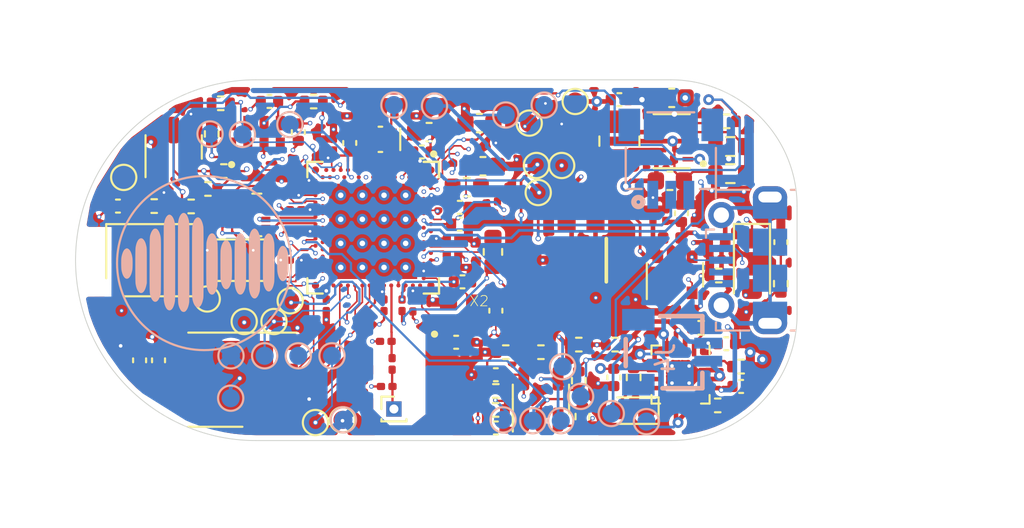
<source format=kicad_pcb>
(kicad_pcb (version 20221018) (generator pcbnew)
  (layers (0 "F.Cu" signal "Top") (1 "In1.Cu" signal) (2 "In2.Cu" signal) (31 "B.Cu" signal "Bottom") (34 "B.Paste" user) (35 "F.Paste" user) (36 "B.SilkS" user "B.Silkscreen") (37 "F.SilkS" user "F.Silkscreen") (38 "B.Mask" user) (39 "F.Mask" user) (44 "Edge.Cuts" user))
  (net 0 "")
  (net 1 "GND")
  (net 2 "VCC")
  (net 3 "/SWDIO")
  (net 4 "/SWDCLK")
  (net 5 "+BATT")
  (net 6 "/MEM_IO3")
  (net 7 "/MEM_CLK")
  (net 8 "/MEM_DI")
  (net 9 "/MEM_CS")
  (net 10 "/MEM_DO")
  (net 11 "/MEM_IO2")
  (net 12 "Net-(U7B-XC2)")
  (net 13 "Net-(U7B-XC1)")
  (net 14 "/LED_BLUE")
  (net 15 "/LED_RED")
  (net 16 "/LED_GREEN")
  (net 17 "V_charger")
  (net 18 "VBAT_LEVEL")
  (net 19 "MCU_POWER_LATCH")
  (net 20 "Net-(MK1-VDD)")
  (net 21 "Net-(J1-Pin_1)")
  (net 22 "/Power/FF_Q")
  (net 23 "FF_CLK")
  (net 24 "Net-(D3-K)")
  (net 25 "Net-(D3-A)")
  (net 26 "Net-(U3-L2)")
  (net 27 "Net-(U3-L1)")
  (net 28 "/I2C_SDA")
  (net 29 "/I2C_SCL")
  (net 30 "Net-(L3-Pad1)")
  (net 32 "Net-(L4-Pad1)")
  (net 33 "VSS")
  (net 34 "/Power/FF_D")
  (net 35 "Net-(U4-ISET)")
  (net 36 "Net-(U4-TS)")
  (net 37 "Net-(U4-ILIM)")
  (net 38 "Net-(U5-~{INT})")
  (net 39 "Net-(U3-PG)")
  (net 40 "Net-(U3-FB)")
  (net 44 "Net-(U7C-P0.00{slash}XL1)")
  (net 45 "Net-(U7C-P0.01{slash}XL2)")
  (net 46 "/ANTENNA")
  (net 47 "/PDM_CLK")
  (net 48 "/PDM_DATA")
  (net 49 "/BUTTON_INPUT")
  (net 50 "Net-(D4-BK)")
  (net 51 "Net-(D4-GK)")
  (net 52 "Net-(D4-RK)")
  (net 61 "/USB_N")
  (net 63 "/USB_P")
  (net 72 "unconnected-(U7C-P0.02{slash}NFC1-PadW1)")
  (net 74 "unconnected-(U7C-P0.03{slash}NFC2-PadAA1)")
  (net 78 "/N_RESET")
  (net 82 "unconnected-(U7C-P0.14{slash}IO[1]-PadAK8)")
  (net 88 "unconnected-(U7D-P1.06-PadAL21)")
  (net 93 "Net-(U7A-DECR)")
  (net 94 "Net-(U7A-DECD)")
  (net 95 "Net-(U7A-DCCH)")
  (net 96 "Net-(U7A-DECUSB)")
  (net 97 "Net-(U7A-VBUS)")
  (net 98 "Net-(U7A-DECA)")
  (net 99 "Net-(U7A-DECN)")
  (net 100 "Net-(U7A-DCC)")
  (net 101 "Net-(U7A-DCCD)")
  (net 103 "Net-(J3-VBUS)")
  (net 104 "Net-(J3-Shield)")
  (net 106 "/BUTTON_INPUT_MCU")
  (net 107 "VREG_EN")
  (net 108 "/DBG_TX")
  (net 109 "/DBG_RX")
  (net 110 "Net-(J3-GND)")
  (net 111 "/RTC_INT_N")
  (net 112 "Net-(Q1-S)")
  (footprint "Capacitor_SMD:C_0402_1005Metric" (layer "F.Cu") (at 118.55 104.55 90)
    (fp_text reference "C17" hide)
    (fp_text value "1uF")
  )
  (footprint "Capacitor_SMD:C_0402_1005Metric" (layer "F.Cu") (at 119.6 104.55 90)
    (fp_text reference "C18" hide)
    (fp_text value "100nF")
  )
  (footprint "_other:VQFN-16-1EP_3x3mm_P0.5mm_EP1.45x1.45mm_ThermalVias" (layer "F.Cu") (at 148.54 105.34 -90)
    (fp_text reference "U4" hide)
    (fp_text value "BQ24078RGTR")
  )
  (footprint "Resistor_SMD:R_0402_1005Metric" (layer "F.Cu") (at 151.9 104.9 180)
    (fp_text reference "R6" hide)
    (fp_text value "1.13K")
  )
  (footprint "Capacitor_SMD:C_0402_1005Metric" (layer "F.Cu") (at 151.08 103.63 180)
    (fp_text reference "C20" hide)
    (fp_text value "4.7uF")
  )
  (footprint "Resistor_SMD:R_0402_1005Metric" (layer "F.Cu") (at 145.94 105.5 -90)
    (fp_text reference "R9" hide)
    (fp_text value "1K")
  )
  (footprint "Resistor_SMD:R_0402_1005Metric" (layer "F.Cu") (at 142.9 103.68 180)
    (fp_text reference "R11" hide)
    (fp_text value "1M")
  )
  (footprint "Resistor_SMD:R_0402_1005Metric" (layer "F.Cu") (at 149.68 102.75)
    (fp_text reference "R7" hide)
    (fp_text value "10K")
  )
  (footprint "Resistor_SMD:R_0402_1005Metric" (layer "F.Cu") (at 144.91 103.68 180)
    (fp_text reference "R10" hide)
    (fp_text value "1M")
  )
  (footprint "LED_SMD:LED_0603_1608Metric" (layer "F.Cu") (at 145.84 107.34 180)
    (fp_text reference "D3" hide)
    (fp_text value "LED")
  )
  (footprint "Capacitor_SMD:C_0402_1005Metric" (layer "F.Cu") (at 151.9 106 180)
    (fp_text reference "C19" hide)
    (fp_text value "1uF")
  )
  (footprint "Resistor_SMD:R_0402_1005Metric" (layer "F.Cu") (at 150.6 107.05)
    (fp_text reference "R8" hide)
    (fp_text value "1.18K")
  )
  (footprint "Resistor_SMD:R_0402_1005Metric" (layer "F.Cu") (at 151.1 91.3 180)
    (fp_text reference "R14" hide)
    (fp_text value "100k")
  )
  (footprint "Resistor_SMD:R_0402_1005Metric" (layer "F.Cu") (at 154.1 100.3 -90)
    (fp_text reference "R1" hide)
    (fp_text value "100K")
  )
  (footprint "Capacitor_SMD:C_0402_1005Metric" (layer "F.Cu") (at 136.45 100.2)
    (fp_text reference "C38" hide)
    (fp_text value "1u")
  )
  (footprint "Capacitor_SMD:C_0402_1005Metric" (layer "F.Cu") (at 138.3 101.8 -90)
    (fp_text reference "C10" hide)
    (fp_text value "10pF")
  )
  (footprint "TestPoint:TestPoint_Pad_D1.0mm" (layer "F.Cu") (at 126 102.4)
    (fp_text reference "TP20" hide)
    (fp_text value "TestPoint")
  )
  (footprint "Inductor_SMD:L_0603_1608Metric" (layer "F.Cu") (at 136.6875 94.95 180)
    (fp_text reference "L4" hide)
    (fp_text value "10uH")
  )
  (footprint "TestPoint:TestPoint_Pad_D1.0mm" (layer "F.Cu") (at 124.35 102.4)
    (fp_text reference "TP29" hide)
    (fp_text value "TestPoint")
  )
  (footprint "Capacitor_SMD:C_0201_0603Metric" (layer "F.Cu") (at 130.8 91)
    (fp_text reference "C12" hide)
    (fp_text value "10pF")
  )
  (footprint "Resistor_SMD:R_0402_1005Metric" (layer "F.Cu") (at 122.55 92 -90)
    (fp_text reference "R2" hide)
    (fp_text value "4.7k")
  )
  (footprint "nRF52832_qfaa:MountingHole_1mm" (layer "F.Cu") (at 115.96 99.11)
    (fp_text reference "H2" hide)
    (fp_text value "MountingHole")
  )
  (footprint "_other:IC_RV-4162-C7" (layer "F.Cu") (at 125 92 90)
    (fp_text reference "U5" hide)
    (fp_text value "RV-4162-C7")
  )
  (footprint "Capacitor_SMD:C_0201_0603Metric" (layer "F.Cu") (at 127.2 99 180)
    (fp_text reference "C33" hide)
    (fp_text value "100n")
  )
  (footprint "Capacitor_SMD:C_0201_0603Metric" (layer "F.Cu") (at 133.7 101.52 -90)
    (fp_text reference "C36" hide)
    (fp_text value "N.C")
  )
  (footprint "Resistor_SMD:R_0402_1005Metric" (layer "F.Cu") (at 122.34 95.05 180)
    (fp_text reference "R24" hide)
    (fp_text value "100K")
  )
  (footprint "Capacitor_SMD:C_0201_0603Metric" (layer "F.Cu") (at 135.9 99.4)
    (fp_text reference "C39(NP0)1" hide)
    (fp_text value "100pF")
  )
  (footprint "Capacitor_SMD:C_0402_1005Metric" (layer "F.Cu") (at 154.1 98 90)
    (fp_text reference "C3" hide)
    (fp_text value "100nF")
  )
  (footprint "Crystal:Crystal_SMD_MicroCrystal_CM9V-T1A-2Pin_1.6x1.0mm" (layer "F.Cu") (at 131.9 92.3 180)
    (fp_text reference "X1" hide)
    (fp_text value "32.768kHz")
  )
  (footprint "Capacitor_SMD:C_0402_1005Metric" (layer "F.Cu") (at 138.3 108.3 180)
    (fp_text reference "C27" hide)
    (fp_text value "100nF")
  )
  (footprint "Resistor_SMD:R_0402_1005Metric" (layer "F.Cu") (at 150.66 99.85 180)
    (fp_text reference "R22" hide)
    (fp_text value "4.7k")
  )
  (footprint "Inductor_SMD:L_0201_0603Metric" (layer "F.Cu") (at 133.1 101.5 -90)
    (fp_text reference "L5" hide)
    (fp_text value "15nH")
  )
  (footprint "Capacitor_SMD:C_0201_0603Metric" (layer "F.Cu") (at 139.05 103.2 180)
    (fp_text reference "C4" hide)
    (fp_text value "100n")
  )
  (footprint "TestPoint:TestPoint_Pad_D1.0mm" (layer "F.Cu") (at 129.8 107.85)
    (fp_text reference "TP21" hide)
    (fp_text value "TestPoint")
  )
  (footprint "Capacitor_SMD:C_0402_1005Metric" (layer "F.Cu") (at 148.59 96.4 90)
    (fp_text reference "C6" hide)
    (fp_text value "1u")
  )
  (footprint "Capacitor_SMD:C_0201_0603Metric" (layer "F.Cu") (at 147.01 96.49 90)
    (fp_text reference "C7" hide)
    (fp_text value "100n")
  )
  (footprint "Capacitor_SMD:C_0402_1005Metric" (layer "F.Cu") (at 125.75 90.2 180)
    (fp_text reference "C24" hide)
    (fp_text value "1uF")
  )
  (footprint "Resistor_SMD:R_0402_1005Metric" (layer "F.Cu") (at 138.85 104.1 180)
    (fp_text reference "R21" hide)
    (fp_text value "1.6K")
  )
  (footprint "Resistor_SMD:R_0402_1005Metric" (layer "F.Cu") (at 123.05 90.3)
    (fp_text reference "R4" hide)
    (fp_text value "4.7k")
  )
  (footprint "Capacitor_SMD:C_0402_1005Metric" (layer "F.Cu") (at 145.15 90.1 180)
    (fp_text reference "C23" hide)
    (fp_text value "10uF")
  )
  (footprint "TestPoint:TestPoint_Pad_D1.0mm" (layer "F.Cu") (at 122.3 101.15 90)
    (fp_text reference "TP9" hide)
    (fp_text value "TestPoint")
  )
  (footprint "Resistor_SMD:R_0402_1005Metric" (layer "F.Cu") (at 142.9 105.68 -90)
    (fp_text reference "R17" hide)
    (fp_text value "1.6K")
  )
  (footprint "Capacitor_SMD:C_0201_0603Metric" (layer "F.Cu") (at 133 91 180)
    (fp_text reference "C11" hide)
    (fp_text value "10pF")
  )
  (footprint "Capacitor_SMD:C_0201_0603Metric" (layer "F.Cu") (at 147.72 96.5 90)
    (fp_text reference "C5" hide)
    (fp_text value "100n")
  )
  (footprint "Resistor_SMD:R_0402_1005Metric" (layer "F.Cu") (at 119.36 96)
    (fp_text reference "R3" hide)
    (fp_text value "330")
  )
  (footprint "Package_TO_SOT_SMD:SOT-23" (layer "F.Cu") (at 120.44 92.7225 90)
    (fp_text reference "Q1" hide)
    (fp_text value "PMOS")
  )
  (footprint "Package_TO_SOT_SMD:SOT-23-5" (layer "F.Cu") (at 140.8 106.7 90)
    (fp_text reference "U6" hide)
    (fp_text value "SN74LVC1G79DBVT")
  )
  (footprint "Capacitor_SMD:C_0201_0603Metric" (layer "F.Cu") (at 128.9 101.5 -90)
    (fp_text reference "C30" hide)
    (fp_text value "100n")
  )
  (footprint "TestPoint:TestPoint_Pad_D1.0mm" (layer "F.Cu") (at 126.9 101.25)
    (fp_text reference "TP15" hide)
    (fp_text value "TestPoint")
  )
  (footprint "Capacitor_SMD:C_0201_0603Metric" (layer "F.Cu") (at 129.3 92.6 90)
    (fp_text reference "C32" hide)
    (fp_text value "100n")
  )
  (footprint "Inductor_SMD:L_0402_1005Metric" (layer "F.Cu") (at 150.53 98)
    (fp_text reference "FB2" hide)
    (fp_text value "FerriteBead")
  )
  (footprint "Inductor_SMD:L_1008_2520Metric" (layer "F.Cu") (at 145.15 92.4 -90)
    (fp_text reference "L1" hide)
    (fp_text value "0.47uH")
  )
  (footprint "Capacitor_SMD:C_0603_1608Metric" (layer "F.Cu") (at 137.39 91.4 180)
    (fp_text reference "C43" hide)
    (fp_text value "4.7u")
  )
  (footprint "nRF52832_qfaa:MountingHole_1mm" (layer "F.Cu") (at 153.4 93.74)
    (fp_text reference "H1" hide)
    (fp_text value "MountingHole")
  )
  (footprint "Resistor_SMD:R_0603_1608Metric" (layer "F.Cu") (at 151.3 92.7 180)
    (fp_text reference "R15" hide)
    (fp_text value "255k")
  )
  (footprint "Capacitor_SMD:C_0201_0603Metric" (layer "F.Cu") (at 132.1 101.5 -90)
    (fp_text reference "C31" hide)
    (fp_text value "100n")
  )
  (footprint "Capacitor_SMD:C_0402_1005Metric" (layer "F.Cu") (at 127.35 91.9 -90)
    (fp_text reference "C25" hide)
    (fp_text value "100nF")
  )
  (footprint "Capacitor_SMD:C_0201_0603Metric" (layer "F.Cu") (at 132.2 103.5 180)
    (fp_text reference "C47" hide)
    (fp_text value "0.7pF")
  )
  (footprint "TestPoint:TestPoint_Pad_D1.0mm" (layer "F.Cu") (at 142.7 90.2)
    (fp_text reference "TP19" hide)
    (fp_text value "TestPoint")
  )
  (footprint "Resistor_SMD:R_Array_Convex_4x0402" (layer "F.Cu") (at 125.05 96.49 180)
    (fp_text reference "RN3" hide)
    (fp_text value "R_Pack04")
  )
  (footprint "Capacitor_SMD:C_0402_1005Metric" (layer "F.Cu") (at 130.2 92.5 90)
    (fp_text reference "C39" hide)
    (fp_text value "1u")
  )
  (footprint "Capacitor_SMD:C_0603_1608Metric" (layer "F.Cu") (at 148.05 90)
    (fp_text reference "C2" hide)
    (fp_text value "22uF")
  )
  (footprint "Capacitor_SMD:C_0603_1608Metric" (layer "F.Cu") (at 147.95 94.6)
    (fp_text reference "C1" hide)
    (fp_text value "22uF")
  )
  (footprint "TestPoint:TestPoint_Pad_D1.0mm" (layer "F.Cu") (at 117.67 94.41 90)
    (fp_text reference "TP10" hide)
    (fp_text value "TestPoint")
  )
  (footprint "Resistor_SMD:R_0402_1005Metric" (layer "F.Cu") (at 138.3 106.25 180)
    (fp_text reference "R5" hide)
    (fp_text value "1.6K")
  )
  (footprint "Capacitor_SMD:C_0201_0603Metric" (layer "F.Cu") (at 132.25 106 180)
    (fp_text reference "C46" hide)
    (fp_text value "DNP")
  )
  (footprint "Capacitor_SMD:C_0402_1005Metric" (layer "F.Cu") (at 144.84 105.5 -90)
    (fp_text reference "C21" hide)
    (fp_text value "4.7uF")
  )
  (footprint "Resistor_SMD:R_0603_1608Metric" (layer "F.Cu") (at 151.3 94.2 180)
    (fp_text reference "R16" hide)
    (fp_text value "91k")
  )
  (footprint "Inductor_SMD:L_0201_0603Metric" (layer "F.Cu") (at 138.39 95.42 90)
    (fp_text reference "L6" hide)
    (fp_text value "15nH")
  )
  (footprint "Capacitor_SMD:C_0603_1608Metric" (layer "F.Cu") (at 137.585 93.79)
    (fp_text reference "C42" hide)
    (fp_text value "4.7u")
  )
  (footprint "TestPoint:TestPoint_Pad_D1.0mm" (layer "F.Cu") (at 140.65 95.25 90)
    (fp_text reference "TP6" hide)
    (fp_text value "TestPoint")
  )
  (footprint "Capacitor_SMD:C_0402_1005Metric" (layer "F.Cu") (at 134.2 93)
    (fp_text reference "C37" hide)
    (fp_text value "1u")
  )
  (footprint "Inductor_SMD:L_0201_0603Metric" (layer "F.Cu") (at 132.55 104.75 -90)
    (fp_text reference "L7" hide)
    (fp_text value "2.2nH")
  )
  (footprint "TestPoint:TestPoint_Pad_D1.0mm" (layer "F.Cu") (at 140.55 93.75 90)
    (fp_text reference "TP7" hide)
    (fp_text value "TestPoint")
  )
  (footprint "df_components:SW_KMR221GLFS" (layer "F.Cu") (at 143.025 99 90)
    (fp_text reference "S1" hide)
    (fp_text value "KMR221GLFS")
  )
  (footprint "Capacitor_SMD:C_0402_1005Metric" (layer "F.Cu") (at 136.3 97)
    (fp_text reference "C40" hide)
    (fp_text value "1u")
  )
  (footprint "Capacitor_SMD:C_0201_0603Metric" (layer "F.Cu") (at 150.49 98.92 180)
    (fp_text reference "C8" hide)
    (fp_text value "100n")
  )
  (footprint "TestPoint:TestPoint_Pad_D1.0mm" (layer "F.Cu") (at 141.95 93.75 90)
    (fp_text reference "TP8" hide)
    (fp_text value "TestPoint")
  )
  (footprint "Capacitor_SMD:C_0402_1005Metric" (layer "F.Cu") (at 136.1 103.55)
    (fp_text reference "C13" hide)
    (fp_text value "10pF")
  )
  (footprint "Capacitor_SMD:C_0201_0603Metric" (layer "F.Cu") (at 127.2 97.4 180)
    (fp_text reference "C34" hide)
    (fp_text value "100n")
  )
  (footprint "Capacitor_SMD:C_0201_0603Metric" (layer "F.Cu") (at 135.9 97.8)
    (fp_text reference "C29" hide)
    (fp_text value "100n")
  )
  (footprint "Diode_SMD:D_SOD-123F" (layer "F.Cu") (at 152.5 99.2 -90)
    (fp_text reference "D5" hide)
    (fp_text value "D_Schottky")
  )
  (footprint "Resistor_SMD:R_0402_1005Metric" (layer "F.Cu") (at 121.41 96.02)
    (fp_text reference "R25" hide)
    (fp_text value "330")
  )
  (footprint "Capacitor_SMD:C_0201_0603Metric" (layer "F.Cu") (at 135.9 98.7)
    (fp_text reference "C45" hide)
    (fp_text value "100n")
  )
  (footprint "Resistor_SMD:R_0201_0603Metric" (layer "F.Cu") (at 139.37 92.77 180)
    (fp_text reference "R20" hide)
    (fp_text value "4.7")
  )
  (footprint "df_components:VREG_TPS63802DLAR" (layer "F.Cu") (at 148.05 92.4 180)
    (fp_text reference "U3" hide)
    (fp_text value "TPS63802DLAR")
  )
  (footprint "Capacitor_SMD:C_0402_1005Metric" (layer "F.Cu") (at 138.3 105.35 180)
    (fp_text reference "C26" hide)
    (fp_text value "1uF")
  )
  (footprint "nRF52832_qfaa:BT-XTAL_2016_N" (layer "F.Cu") (at 136.4 101.9)
    (fp_text reference "X2")
    (fp_text value "32MHz")
  )
  (footprint "nRF52832_qfaa:LED_Cree-PLCC4_2x2mm_CW" (layer "F.Cu") (at 124.1 99)
    (fp_text reference "D4" hide)
    (fp_text value "ASMB-LTC2-0A335")
  )
  (footprint "Inductor_SMD:L_0402_1005Metric" (layer "F.Cu") (at 148.76 101.79)
    (fp_text reference "FB3" hide)
    (fp_text value "FerriteBead")
  )
  (footprint "Inductor_SMD:L_0402_1005Metric" (layer "F.Cu") (at 148.06 97.77 180)
    (fp_text reference "FB1" hide)
    (fp_text value "FerriteBead")
  )
  (footprint "Capacitor_SMD:C_0402_1005Metric" (layer "F.Cu") (at 136.3 96.07)
    (fp_text reference "C44" hide)
    (fp_text value "1u")
  )
  (footprint "Capacitor_SMD:C_0201_0603Metric" (layer "F.Cu") (at 127.2 96.2 180)
    (fp_text reference "C35" hide)
    (fp_text value "100n")
  )
  (footprint "Sensor_Audio:ST_HLGA-6_3.76x4.72mm_P1.65mm" (layer "F.Cu") (at 119.2 99 90)
    (fp_text reference "MK1" hide)
    (fp_text value "CMM-4737DT")
  )
  (footprint "TestPoint:TestPoint_Pad_D1.0mm" (layer "F.Cu") (at 128.3 108)
    (fp_text reference "TP17" hide)
    (fp_text value "TestPoint")
  )
  (footprint "Resistor_SMD:R_0402_1005Metric" (layer "F.Cu") (at 140.8 104.1)
    (fp_text reference "R13" hide)
    (fp_text value "1K")
  )
  (footprint "nRF52832_qfaa:WSON-8-1EP_6x5mm_P1.27mm_EP3.4x4.3mm" (layer "F.Cu") (at 124.25 105.625 180)
    (fp_text reference "U2" hide)
    (fp_text value "W25Q128JWPIQ")
  )
  (footprint "Capacitor_SMD:C_0201_0603Metric" (layer "F.Cu") (at 127.21 94.48 180)
    (fp_text reference "C28" hide)
    (fp_text value "100n")
  )
  (footprint "Inductor_SMD:L_0603_1608Metric" (layer "F.Cu") (at 138.14 98.54 90)
    (fp_text reference "L3" hide)
    (fp_text value "10uH")
  )
  (footprint "Connector_PinHeader_1.00mm:PinHeader_1x01_P1.00mm_Vertical" (layer "F.Cu") (at 132.65 107.25)
    (fp_text reference "J1" hide)
    (fp_text value "Conn_01x01_Female")
  )
  (footprint "Resistor_SMD:R_0402_1005Metric" (layer "F.Cu") (at 138.29 107.3 180)
    (fp_text reference "R18" hide)
    (fp_text value "100K")
  )
  (footprint "TestPoint:TestPoint_Pad_D1.0mm" (layer "F.Cu") (at 140.15 91.4)
    (fp_text reference "TP26" hide)
    (fp_text value "TestPoint")
  )
  (footprint "_other:XCVR_NRF5340-QKAA-R7" (layer "F.Cu") (at 131.5 97.2 -90)
    (fp_text reference "U7" hide)
    (fp_text value "NRF5340-QKAA-R7")
  )
  (footprint "Resistor_SMD:R_0402_1005Metric" (layer "F.Cu") (at 143.1 107.67 -90)
    (fp_text reference "R19" hide)
    (fp_text value "100K")
  )
  (footprint "Resistor_SMD:R_0402_1005Metric" (layer "F.Cu") (at 128.2 90.2 180)
    (fp_text reference "R12" hide)
    (fp_text value "330")
  )
  (footprint "Capacitor_SMD:C_0402_1005Metric" (layer "F.Cu") (at 117.35 96 180)
    (fp_text reference "C15" hide)
    (fp_text value "100nF")
  )
  (footprint "Capacitor_SMD:C_0603_1608Metric" (layer "F.Cu") (at 134.6 91.9 180)
    (fp_text reference "C41" hide)
    (fp_text value "2.2u")
  )
  (footprint "Package_TO_SOT_SMD:SOT-143" (layer "F.Cu") (at 148.23 99.81 90)
    (fp_text reference "D1" hide)
    (fp_text value "PRTR5V0U2X")
  )
  (footprint "Resistor_SMD:R_0402_1005Metric" (layer "F.Cu") (at 123.22 94.06 180)
    (fp_text reference "R23" hide)
    (fp_text value "1M")
  )
  (footprint "TestPoint:TestPoint_Pad_D1.0mm" (layer "B.Cu") (at 138.7 107.85)
    (fp_text reference "TP12" hide)
    (fp_text value "TestPoint")
  )
  (footprint "TestPoint:TestPoint_Pad_D1.0mm" (layer "B.Cu") (at 142 104.9 180)
    (fp_text reference "TP4" hide)
    (fp_text value "gnd")
  )
  (footprint "TestPoint:TestPoint_Pad_D1.0mm" (layer "B.Cu") (at 141.9 107.9)
    (fp_text reference "TP14" hide)
    (fp_text value "TestPoint")
  )
  (footprint "TestPoint:TestPoint_Pad_D1.0mm" (layer "B.Cu") (at 123.6 106.65 180)
    (fp_text reference "TP23" hide)
    (fp_text value "TestPoint")
  )
  (footprint "TestPoint:TestPoint_Pad_D1.0mm" (layer "B.Cu") (at 140.98 90.4 180)
    (fp_text reference "TP2" hide)
    (fp_text value "chg")
  )
  (footprint "Connector_USB:USB_Micro-B_Molex-105017-0001" (layer "B.Cu") (at 152.2625 99 -90)
    (fp_text reference "J3" hide)
    (fp_text value "USB_B_Micro")
  )
  (footprint "TestPoint:TestPoint_Pad_D1.0mm" (layer "B.Cu") (at 132.65 90.4 180)
    (fp_text reference "TP31" hide)
    (fp_text value "TestPoint")
  )
  (footprint "TestPoint:TestPoint_Pad_D1.0mm" (layer "B.Cu") (at 127.35 104.3 180)
    (fp_text reference "TP1" hide)
    (fp_text value "TestPoint")
  )
  (footprint "TestPoint:TestPoint_Pad_D1.0mm" (layer "B.Cu") (at 138.85 90.95 180)
    (fp_text reference "TP28" hide)
    (fp_text value "TestPoint")
  )
  (footprint "TestPoint:TestPoint_Pad_D1.0mm" (layer "B.Cu") (at 123.616668 104.3 180)
    (fp_text reference "TP22" hide)
    (fp_text value "TestPoint")
  )
  (footprint "TestPoint:TestPoint_Pad_D1.0mm" (layer "B.Cu") (at 129.216668 104.3 180)
    (fp_text reference "TP3" hide)
    (fp_text value "TestPoint")
  )
  (footprint "_other:JST_SM03B-SRSS-TB_LF__SN_" (layer "B.Cu") (at 148 95.375)
    (fp_text reference "J5" hide)
    (fp_text value "Conn_01x03_Socket")
  )
  (footprint "TestPoint:TestPoint_Pad_D1.0mm" (layer "B.Cu") (at 125.483334 104.3 180)
    (fp_text reference "TP11" hide)
    (fp_text value "TestPoint")
  )
  (footprint "_other:df_symbol" (layer "B.Cu") (at 122.17 99.21 180)
    (fp_text reference "G***" hide)
    (fp_text value "LOGO" hide)
  )
  (footprint "TestPoint:TestPoint_Pad_D1.0mm" (layer "B.Cu") (at 126.88 91.48 180)
    (fp_text reference "TP32" hide)
    (fp_text value "TestPoint")
  )
  (footprint "TestPoint:TestPoint_Pad_D1.0mm" (layer "B.Cu") (at 140.35 107.9)
    (fp_text reference "TP13" hide)
    (fp_text value "TestPoint")
  )
  (footprint "TestPoint:TestPoint_Pad_D1.0mm" (layer "B.Cu") (at 146.65 107.95 180)
    (fp_text reference "TP24" hide)
    (fp_text value "TestPoint")
  )
  (footprint "TestPoint:TestPoint_Pad_D1.0mm" (layer "B.Cu") (at 124.25 92.03 90)
    (fp_text reference "TP5" hide)
    (fp_text value "TestPoint")
  )
  (footprint "TestPoint:TestPoint_Pad_D1.0mm" (layer "B.Cu") (at 143 106.55 180)
    (fp_text reference "TP16" hide)
    (fp_text value "TestPoint")
  )
  (footprint "TestPoint:TestPoint_Pad_D1.0mm" (layer "B.Cu") (at 129.85 107.85 180)
    (fp_text reference "TP25" hide)
    (fp_text value "TestPoint")
  )
  (footprint "_other:SM02B-SRSS-TB_LF__SN_" (layer "B.Cu") (at 148.1 104.1 90)
    (fp_text reference "J4")
    (fp_text value "Conn_01x02_Socket")
  )
  (footprint "TestPoint:TestPoint_Pad_D1.0mm" (layer "B.Cu") (at 144.7 107.5 180)
    (fp_text reference "TP27" hide)
    (fp_text value "TestPoint")
  )
  (footprint "TestPoint:TestPoint_Pad_D1.0mm" (layer "B.Cu") (at 122.455322 92 180)
    (fp_text reference "TP18" hide)
    (fp_text value "TestPoint")
  )
  (footprint "TestPoint:TestPoint_Pad_D1.0mm" (layer "B.Cu") (at 134.9 90.45 180)
    (fp_text reference "TP30" hide)
    (fp_text value "TestPoint")
  )
  (gr_circle (center 122.125024 99.16) (end 126.525024 101.14) (stroke (width 0.12)) (fill none) (layer "B.SilkS"))
  (gr_line (start 148 89) (end 125 89) (stroke (width 0.05)) (layer "Edge.Cuts"))
  (gr_line (start 125 109) (end 148 109) (stroke (width 0.05)) (layer "Edge.Cuts"))
  (gr_arc (start 148 89) (mid 152.949748 91.050252) (end 155 96) (stroke (width 0.05)) (layer "Edge.Cuts"))
  (gr_arc (start 125 109) (mid 115 99) (end 125 89) (stroke (width 0.05)) (layer "Edge.Cuts"))
  (gr_arc (start 155 102) (mid 152.949748 106.949748) (end 148 109) (stroke (width 0.05)) (layer "Edge.Cuts"))
  (gr_line (start 155 96) (end 155 102) (stroke (width 0.05)) (layer "Edge.Cuts"))
  (segment (start 153.74 100.81) (end 153 101.55) (width 0.127) (layer "F.Cu") (net 1))
  (segment (start 149.17 102.75) (end 149.09 102.75) (width 0.254) (layer "F.Cu") (net 1))
  (segment (start 149.67 99.88) (end 149.68 99.85) (width 0.254) (layer "F.Cu") (net 1))
  (segment (start 150.045 98) (end 150.033 98.012) (width 0.254) (layer "F.Cu") (net 1))
  (segment (start 127.35 92.38) (end 127.35 92.55) (width 0.127) (layer "F.Cu") (net 1))
  (segment (start 148.725 94.6) (end 148.725 95.785) (width 0.127) (layer "F.Cu") (net 1))
  (segment (start 143.1 108.18) (end 142.0925 108.18) (width 0.127) (layer "F.Cu") (net 1))
  (segment (start 139.08 93.79) (end 138.36 93.79) (width 0.127) (layer "F.Cu") (net 1))
  (segment (start 143.66 107.76) (end 143.24 108.18) (width 0.127) (layer "F.Cu") (net 1))
  (segment (start 116.3 96.6) (end 116.35 96.55) (width 0.127) (layer "F.Cu") (net 1))
  (segment (start 147.48 95.61) (end 147.27 95.61) (width 0.254) (layer "F.Cu") (net 1))
  (segment (start 119.49 93.66) (end 119.49 92.83) (width 0.127) (layer "F.Cu") (net 1))
  (segment (start 133.32 91) (end 133.9 91) (width 0.127) (layer "F.Cu") (net 1))
  (segment (start 141.6 99) (end 140.9 99) (width 0.254) (layer "F.Cu") (net 1))
  (segment (start 136.22 98.7) (end 136.37 98.7) (width 0.127) (layer "F.Cu") (net 1))
  (segment (start 150.27 95.14) (end 150.475 94.935) (width 0.127) (layer "F.Cu") (net 1))
  (segment (start 137.65 103.55) (end 138.2 103) (width 0.127) (layer "F.Cu") (net 1))
  (segment (start 140.625 99) (end 137.9 96.275) (width 0.254) (layer "F.Cu") (net 1))
  (segment (start 152.38 106) (end 152.38 106.32) (width 0.254) (layer "F.Cu") (net 1))
  (segment (start 150.8 105.4) (end 150.9 105.5) (width 0.254) (layer "F.Cu") (net 1))
  (segment (start 136.99 98.09) (end 136.7 97.8) (width 0.127) (layer "F.Cu") (net 1))
  (segment (start 134.925 101.325) (end 134.8 101.2) (width 0.09) (layer "F.Cu") (net 1))
  (segment (start 136.615 91.4) (end 136.615 90.665) (width 0.09) (layer "F.Cu") (net 1))
  (segment (start 152.41 104.01) (end 152.41 104.09) (width 0.254) (layer "F.Cu") (net 1))
  (segment (start 138.4 103.2) (end 138.2 103) (width 0.127) (layer "F.Cu") (net 1))
  (segment (start 150.033 98.012) (end 149.338 98.012) (width 0.254) (layer "F.Cu") (net 1))
  (segment (start 150.15 99.85) (end 149.7 99.85) (width 0.254) (layer "F.Cu") (net 1))
  (segment (start 136.7 97.8) (end 136.22 97.8) (width 0.127) (layer "F.Cu") (net 1))
  (segment (start 129.3 92.38) (end 129.3 91.75) (width 0.127) (layer "F.Cu") (net 1))
  (segment (start 142.0925 108.18) (end 141.75 107.8375) (width 0.127) (layer "F.Cu") (net 1))
  (segment (start 136.93 99.68) (end 136.65 99.4) (width 0.127) (layer "F.Cu") (net 1))
  (segment (start 119.6 104.07) (end 119.6 103.65) (width 0.127) (layer "F.Cu") (net 1))
  (segment (start 149.25 98.04) (end 149.282 98.012) (width 0.254) (layer "F.Cu") (net 1))
  (segment (start 144.57 90.2) (end 144.67 90.1) (width 0.254) (layer "F.Cu") (net 1))
  (segment (start 152.4 104.1) (end 152.41 104.11) (width 0.254) (layer "F.Cu") (net 1))
  (segment (start 152.18 101.87) (end 152.15 101.87) (width 0.127) (layer "F.Cu") (net 1))
  (segment (start 135.0355 96.2355) (end 135.06 96.26) (width 0.09) (layer "F.Cu") (net 1))
  (segment (start 150.5 105.1) (end 150.8 105.1) (width 0.254) (layer "F.Cu") (net 1))
  (segment (start 119.2 100.17) (end 119.2 101.05) (width 0.127) (layer "F.Cu") (net 1))
  (segment (start 148.725 95.785) (end 148.59 95.92) (width 0.127) (layer "F.Cu") (net 1))
  (segment (start 147.72 96.18) (end 147.72 95.85) (width 0.254) (layer "F.Cu") (net 1))
  (segment (start 153 101.55) (end 152.55 101.55) (width 0.127) (layer "F.Cu") (net 1))
  (segment (start 152.38 106.32) (end 151.65 107.05) (width 0.254) (layer "F.Cu") (net 1))
  (segment (start 140.9 99) (end 140.625 99) (width 0.254) (layer "F.Cu") (net 1))
  (segment (start 133.3 94.165129) (end 133.3 94) (width 0.09) (layer "F.Cu") (net 1))
  (segment (start 150.045 98.795) (end 150.17 98.92) (width 0.254) (layer "F.Cu") (net 1))
  (segment (start 149.09 102.75) (end 148.275 101.935) (width 0.254) (layer "F.Cu") (net 1))
  (segment (start 148.6 92.9) (end 148.2 92.9) (width 0.254) (layer "F.Cu") (net 1))
  (segment (start 126.95 103.72) (end 127.33 103.72) (width 0.254) (layer "F.Cu") (net 1))
  (segment (start 148.2 92.9) (end 148.2 92.5) (width 0.254) (layer "F.Cu") (net 1))
  (segment (start 120.85 100.17) (end 120.85 101.2) (width 0.127) (layer "F.Cu") (net 1))
  (segment (start 147.1025 106.09) (end 147.79 106.09) (width 0.2) (layer "F.Cu") (net 1))
  (segment (start 130.2 92.02) (end 129.57 92.02) (width 0.127) (layer "F.Cu") (net 1))
  (segment (start 119.18 92.45) (end 119.22 92.56) (width 0.127) (layer "F.Cu") (net 1))
  (segment (start 127.33 103.72) (end 127.55 103.5) (width 0.254) (layer "F.Cu") (net 1))
  (segment (start 118.55 103.45) (end 118.55 104.07) (width 0.127) (layer "F.Cu") (net 1))
  (segment (start 148.275 101.935) (end 148.275 101.79) (width 0.254) (layer "F.Cu") (net 1))
  (segment (start 150.475 94.935) (end 150.475 94.2) (width 0.127) (layer "F.Cu") (net 1))
  (segment (start 117.55 100.17) (end 117.55 101.8) (width 0.127) (layer "F.Cu") (net 1))
  (segment (start 119.25 103.3) (end 119.25 103.25) (width 0.127) (layer "F.Cu") (net 1))
  (segment (start 150.7 105.4) (end 150.8 105.4) (width 0.254) (layer "F.Cu") (net 1))
  (segment (start 138.73 103.2) (end 138.4 103.2) (width 0.127) (layer "F.Cu") (net 1))
  (segment (start 126.42 94.63) (end 126.77 94.6) (width 0.127) (layer "F.Cu") (net 1))
  (segment (start 152 102.05) (end 152.18 101.87) (width 0.127) (layer "F.Cu") (net 1))
  (segment (start 136.78 97.72) (end 136.78 97) (width 0.127) (layer "F.Cu") (net 1))
  (segment (start 133.1 94.4) (end 133.17 94.4) (width 0.09) (layer "F.Cu") (net 1))
  (segment (start 118.35 101.8) (end 117.55 101.8) (width 0.127) (layer "F.Cu") (net 1))
  (segment (start 129.57 92.02) (end 129.3 91.75) (width 0.127) (layer "F.Cu") (net 1))
  (segment (start 136.75 97.75) (end 136.7 97.8) (width 0.127) (layer "F.Cu") (net 1))
  (segment (start 149.9775 105.59) (end 150.81 105.59) (width 0.254) (layer "F.Cu") (net 1))
  (segment (start 142.39 103.68) (end 142.23 103.68) (width 0.254) (layer "F.Cu") (net 1))
  (segment (start 153.790001 97.52) (end 152.05 95.779999) (width 0.127) (layer "F.Cu") (net 1))
  (segment (start 126.88 97.4) (end 126.58 97.4) (width 0.127) (layer "F.Cu") (net 1))
  (segment (start 119.18 92.52) (end 119.18 92.45) (width 0.127) (layer "F.Cu") (net 1))
  (segment (start 151.65 107.05) (end 151.11 107.05) (width 0.254) (layer "F.Cu") (net 1))
  (segment (start 133.3 99.2) (end 131.5 97.4) (width 0.127) (layer "F.Cu") (net 1))
  (segment (start 136.58 103.55) (end 137.25 103.55) (width 0.127) (layer "F.Cu") (net 1))
  (segment (start 132.1 101.82) (end 132.1 102.3) (width 0.127) (layer "F.Cu") (net 1))
  (segment (start 150.045 98) (end 150.045 98.795) (width 0.254) (layer "F.Cu") (net 1))
  (segment (start 152.55 101.55) (end 152.23 101.87) (width 0.127) (layer "F.Cu") (net 1))
  (segment (start 134.68 92.43) (end 134.65 92.4) (width 0.127) (layer "F.Cu") (net 1))
  (segment (start 138.105 102.475) (end 138.3 102.28) (width 0.09) (layer "F.Cu") (net 1))
  (segment (start 131.93 106) (end 131.4 106) (width 0.127) (layer "F.Cu") (net 1))
  (segment (start 125.45 92.6) (end 125.45 93.2) (width 0.127) (layer "F.Cu") (net 1))
  (segment (start 148.275 101.79) (end 147.74 101.79) (width 0.254) (layer "F.Cu") (net 1))
  (segment (start 133.17 94.4) (end 133.1925 94.3775) (width 0.09) (layer "F.Cu") (net 1))
  (segment (start 137.55 108.3) (end 137.82 108.3) (width 0.127) (layer "F.Cu") (net 1))
  (segment (start 149.7 99.85) (end 149.67 99.88) (width 0.254) (layer "F.Cu") (net 1))
  (segment (start 137.25 103.55) (end 137.65 103.55) (width 0.127) (layer "F.Cu") (net 1))
  (segment (start 147.1025 104.59) (end 146.49 104.59) (width 0.127) (layer "F.Cu") (net 1))
  (segment (start 138.3 102.28) (end 138.3 102.9) (width 0.09) (layer "F.Cu") (net 1))
  (segment (start 147.48 101.53) (end 147.48 100.81) (width 0.254) (layer "F.Cu") (net 1))
  (segment (start 132.9 98.8) (end 131.5 97.4) (width 0.127) (layer "F.Cu") (net 1))
  (segment (start 126.52 96.2) (end 126.28 95.96) (width 0.127) (layer "F.Cu") (net 1))
  (segment (start 137.625 96) (end 137.9 96.275) (width 0.127) (layer "F.Cu") (net 1))
  (segment (start 152 103.4) (end 151.9 103.5) (width 0.127) (layer "F.Cu") (net 1))
  (segment (start 125.45 93.2) (end 125.4 93.25) (width 0.127) (layer "F.Cu") (net 1))
  (segment (start 134.775 91.748632) (end 134.026368 91) (width 0.127) (layer "F.Cu") (net 1))
  (segment (start 119.2 103.25) (end 118.75 103.25) (width 0.127) (layer "F.Cu") (net 1))
  (segment (start 131.88 103.5) (end 131.45 103.5) (width 0.127) (layer "F.Cu") (net 1))
  (segment (start 134.3 99.2) (end 134.438966 99.2) (width 0.09) (layer "F.Cu") (net 1))
  (segment (start 134.3 96.4) (end 134.459099 96.4) (width 0.09) (layer "F.Cu") (net 1))
  (segment (start 152.38 104.93) (end 152.41 104.9) (width 0.254) (layer "F.Cu") (net 1))
  (segment (start 150.375 94.1) (end 149.225 94.1) (width 0.127) (layer "F.Cu") (net 1))
  (segment (start 143.9 90.2) (end 144.57 90.2) (width 0.254) (layer "F.Cu") (net 1))
  (segment (start 120.85 101.2) (end 120.25 101.8) (width 0.127) (layer "F.Cu") (net 1))
  (segment (start 118.75 103.25) (end 118.55 103.45) (width 0.127) (layer "F.Cu") (net 1))
  (segment (start 134.3 99.2) (end 133.3 99.2) (width 0.127) (layer "F.Cu") (net 1))
  (segment (start 139.45 93.42) (end 139.08 93.79) (width 0.127) (layer "F.Cu") (net 1))
  (segment (start 147.74 101.79) (end 147.48 101.53) (width 0.254) (layer "F.Cu") (net 1))
  (segment (start 134.438966 99.2) (end 134.638966 99) (width 0.09) (layer "F.Cu") (net 1))
  (segment (start 148.2 94.075) (end 148.2 92.9) (width 0.127) (layer "F.Cu") (net 1))
  (segment (start 136.7 97.8) (end 136.78 97.72) (width 0.127) (layer "F.Cu") (net 1))
  (segment (start 126.77 94.6) (end 126.89 94.48) (width 0.127) (layer "F.Cu") (net 1))
  (segment (start 117.55 101.8) (end 117.55 101.95) (width 0.127) (layer "F.Cu") (net 1))
  (segment (start 137.82 105.35) (end 137.82 104.62) (width 0.127) (layer "F.Cu") (net 1))
  (segment (start 128.9 101.82) (end 128.9 102.3) (width 0.15) (layer "F.Cu") (net 1))
  (segment (start 153.08 104.5) (end 153.08 104.7) (width 0.254) (layer "F.Cu") (net 1))
  (segment (start 147.79 106.09) (end 148.065 105.815) (width 0.2) (layer "F.Cu") (net 1))
  (segment (start 127.35 92.55) (end 127.2 92.7) (width 0.127) (layer "F.Cu") (net 1))
  (segment (start 150.15 98.94) (end 150.17 98.92) (width 0.254) (layer "F.Cu") (net 1))
  (segment (start 150.15 99.85) (end 150.15 98.94) (width 0.254) (layer "F.Cu") (net 1))
  (segment (start 136.615 90.665) (end 136.55 90.6) (width 0.09) (layer "F.Cu") (net 1))
  (segment (start 133.1925 94.272629) (end 133.3 94.165129) (width 0.09) (layer "F.Cu") (net 1))
  (segment (start 134.026368 91) (end 133.9 91) (width 0.127) (layer "F.Cu") (net 1))
  (segment (start 119.49 92.83) (end 119.21 92.55) (width 0.127) (layer "F.Cu") (net 1))
  (segment (start 119.6 103.65) (end 119.25 103.3) (width 0.127) (layer "F.Cu") (net 1))
  (segment (start 127.55 103) (end 127.3 102.75) (width 0.254) (layer "F.Cu") (net 1))
  (segment (start 146.03 101.18) (end 146.13 101.08) (width 0.254) (layer "F.Cu") (net 1))
  (segment (start 135.06 96.28) (end 135.08 96.28) (width 0.09) (layer "F.Cu") (net 1))
  (segment (start 144.12 105.98) (end 144.84 105.98) (width 0.127) (layer "F.Cu") (net 1))
  (segment (start 127.55 103.5) (end 127.55 103) (width 0.254) (layer "F.Cu") (net 1))
  (segment (start 136.22 99.4) (end 136.65 99.4) (width 0.127) (layer "F.Cu") (net 1))
  (segment (start 151.9 103.5) (end 152.41 104.01) (width 0.254) (layer "F.Cu") (net 1))
  (segment (start 134.7 99) (end 135 99) (width 0.127) (layer "F.Cu") (net 1))
  (segment (start 151.58 103.5) (end 151.9 103.5) (width 0.254) (layer "F.Cu") (net 1))
  (segment (start 138.3 102.9) (end 138.2 103) (width 0.09) (layer "F.Cu") (net 1))
  (segment (start 130.48 91) (end 130.05 91) (width 0.127) (layer "F.Cu") (net 1))
  (segment (start 148.59 95.92) (end 147.98 95.92) (width 0.254) (layer "F.Cu") (net 1))
  (segment (start 127.2 92.7) (end 127.05 92.85) (width 0.127) (layer "F.Cu") (net 1))
  (segment (start 136.37 98.7) (end 136.65 98.98) (width 0.127) (layer "F.Cu") (net 1))
  (segment (start 148.725 94.6) (end 148.2 94.075) (width 0.127) (layer "F.Cu") (net 1))
  (segment (start 135.675 101.325) (end 134.925 101.325) (width 0.09) (layer "F.Cu") (net 1))
  (segment (start 149.9775 105.09) (end 150.49 105.09) (width 0.254) (layer "F.Cu") (net 1))
  (segment (start 147.48 100.81) (end 146.4 100.81) (width 0.254) (layer "F.Cu") (net 1))
  (segment (start 133.7 101.84) (end 133.7 102.2) (width 0.127) (layer "F.Cu") (net 1))
  (segment (start 126.58 97.4) (end 126.4 97.58) (width 0.127) (layer "F.Cu") (net 1))
  (segment (start 137.31 107.76) (end 137.31 108.06) (width 0.127) (layer "F.Cu") (net 1))
  (segment (start 119.21 92.52) (end 119.18 92.52) (width 0.127) (layer "F.Cu") (net 1))
  (segment (start 135.08 96.28) (end 135.075 96.275) (width 0.09) (layer "F.Cu") (net 1))
  (segment (start 146.49 104.59) (end 146.3 104.2) (width 0.127) (layer "F.Cu") (net 1))
  (segment (start 135.375 91.9) (end 135.15 91.9) (width 0.127) (layer "F.Cu") (net 1))
  (segment (start 149.225 94.1) (end 148.725 94.6) (width 0.127) (layer "F.Cu") (net 1))
  (segment (start 147.98 95.92) (end 147.72 96.18) (width 0.254) (layer "F.Cu") (net 1))
  (segment (start 146.05 101.18) (end 146.03 101.18) (width 0.254) (layer "F.Cu") (net 1))
  (segment (start 147.79 103.29) (end 147.6 103.1) (width 0.127) (layer "F.Cu") (net 1))
  (segment (start 149.338 98.012) (end 149.25 98.04) (width 0.254) (layer "F.Cu") (net 1))
  (segment (start 143.24 108.18) (end 143.1 108.18) (width 0.127) (layer "F.Cu") (net 1))
  (segment (start 150.49 105.09) (end 150.5 105.1) (width 0.254) (layer "F.Cu") (net 1))
  (segment (start 119.2 103.25) (end 119.2 103.25) (width 0.127) (layer "F.Cu") (net 1))
  (segment (start 134.638966 99) (end 134.7 99) (width 0.09) (layer "F.Cu") (net 1))
  (segment (start 135.15 91.9) (end 134.775 92.275) (width 0.127) (layer "F.Cu") (net 1))
  (segment (start 119.2 101.05) (end 118.45 101.8) (width 0.127) (layer "F.Cu") (net 1))
  (segment (start 133.7 102.2) (end 133.9 102.4) (width 0.127) (layer "F.Cu") (net 1))
  (segment (start 137.82 105.35) (end 136.95 105.35) (width 0.127) (layer "F.Cu") (net 1))
  (segment (start 142.7 90.2) (end 143.9 90.2) (width 0.254) (layer "F.Cu") (net 1))
  (segment (start 152.41 104.09) (end 152.4 104.1) (width 0.254) (layer "F.Cu") (net 1))
  (segment (start 149.282 98.012) (end 149.31 98.012) (width 0.254) (layer "F.Cu") (net 1))
  (segment (start 152.23 101.87) (end 152.18 101.87) (width 0.127) (layer "F.Cu") (net 1))
  (segment (start 148.6 92.9) (end 148.6 92.9) (width 0.254) (layer "F.Cu") (net 1))
  (segment (start 127.05 92.85) (end 127.05 92.9) (width 0.127) (layer "F.Cu") (net 1))
  (segment (start 137.09 98.09) (end 136.75 97.75) (width 0.127) (layer "F.Cu") (net 1))
  (segment (start 137.82 104.62) (end 138.34 104.1) (width 0.127) (layer "F.Cu") (net 1))
  (segment (start 137.31 107.76) (end 137.31 107.44) (width 0.127) (layer "F.Cu") (net 1))
  (segment (start 147.27 95.61) (end 147.01 95.87) (width 0.254) (layer "F.Cu") (net 1))
  (segment (start 142.23 103.68) (end 141.8 103.25) (width 0.254) (layer "F.Cu") (net 1))
  (segment (start 119.21 92.55) (end 119.21 92.52) (width 0.127) (layer "F.Cu") (net 1))
  (segment (start 154.1 97.52) (end 153.790001 97.52) (width 0.127) (layer "F.Cu") (net 1))
  (segment (start 152 103.4) (end 152 102.05) (width 0.127) (layer "F.Cu") (net 1))
  (segment (start 134.775 92.275) (end 134.775 91.748632) (width 0.127) (layer "F.Cu") (net 1))
  (segment (start 147.79 103.9025) (end 147.79 103.29) (width 0.127) (layer "F.Cu") (net 1))
  (segment (start 143.97 105.83) (end 144.12 105.98) (width 0.127) (layer "F.Cu") (net 1))
  (segment (start 134.623599 96.2355) (end 135.0355 96.2355) (width 0.09) (layer "F.Cu") (net 1))
  (segment (start 146.3 104.2) (end 146.3 104.4) (width 0.127) (layer "F.Cu") (net 1))
  (segment (start 118.45 101.8) (end 118.35 101.8) (width 0.127) (layer "F.Cu") (net 1))
  (segment (start 137.125 102.475) (end 138.105 102.475) (width 0.09) (layer "F.Cu") (net 1))
  (segment (start 137.45 107.3) (end 137.78 107.3) (width 0.127) (layer "F.Cu") (net 1))
  (segment (start 148.95 92.4) (end 148.1 92.4) (width 0.254) (layer "F.Cu") (net 1))
  (segment (start 139.45 93.42) (end 139.45 93.4) (width 0.127) (layer "F.Cu") (net 1))
  (segment (start 132.9 100.4) (end 132.9 98.8) (width 0.127) (layer "F.Cu") (net 1))
  (segment (start 150.475 94.2) (end 150.375 94.1) (width 0.127) (layer "F.Cu") (net 1))
  (segment (start 154.1 100.81) (end 153.74 100.81) (width 0.127) (layer "F.Cu") (net 1))
  (segment (start 134.459099 96.4) (end 134.623599 96.2355) (width 0.09) (layer "F.Cu") (net 1))
  (segment (start 147.01 95.53) (end 147.01 95.85) (width 0.15) (layer "F.Cu") (net 1))
  (segment (start 131.45 103.5) (end 131.5 103.5) (width 0.127) (layer "F.Cu") (net 1))
  (segment (start 138.34 104.1) (end 137.7 104.1) (width 0.127) (layer "F.Cu") (net 1))
  (segment (start 137.31 108.06) (end 137.55 108.3) (width 0.127) (layer "F.Cu") (net 1))
  (segment (start 147.72 95.85) (end 147.48 95.61) (width 0.254) (layer "F.Cu") (net 1))
  (segment (start 136.78 96) (end 137.625 96) (width 0.127) (layer "F.Cu") (net 1))
  (segment (start 137.31 107.44) (end 137.45 107.3) (width 0.127) (layer "F.Cu") (net 1))
  (segment (start 124.7 90.63) (end 125.13 90.2) (width 0.127) (layer "F.Cu") (net 1))
  (segment (start 119.25 103.25) (end 119.2 103.25) (width 0.127) (layer "F.Cu") (net 1))
  (segment (start 152.38 105.4) (end 152.38 104.93) (width 0.254) (layer "F.Cu") (net 1))
  (segment (start 132.1 102.3) (end 131.84 102.56) (width 0.127) (layer "F.Cu") (net 1))
  (segment (start 120.25 101.8) (end 118.35 101.8) (width 0.127) (layer "F.Cu") (net 1))
  (segment (start 148.2 92.5) (end 148.1 92.4) (width 0.254) (layer "F.Cu") (net 1))
  (segment (start 152.05 95.779999) (end 152.05 95.2) (width 0.127) (layer "F.Cu") (net 1))
  (segment (start 152.38 106) (end 152.38 105.4) (width 0.254) (layer "F.Cu") (net 1))
  (segment (start 153.08 104.7) (end 152.38 105.4) (width 0.254) (layer "F.Cu") (net 1))
  (segment (start 147.01 95.87) (end 147.01 96.17) (width 0.254) (layer "F.Cu") (net 1))
  (segment (start 126.88 96.2) (end 126.52 96.2) (width 0.127) (layer "F.Cu") (net 1))
  (segment (start 152.41 104.11) (end 152.41 104.9) (width 0.254) (layer "F.Cu") (net 1))
  (segment (start 146.4 100.81) (end 146.05 101.16) (width 0.254) (layer "F.Cu") (net 1))
  (segment (start 139.45 93.4) (end 139.39 93.34) (width 0.127) (layer "F.Cu") (net 1))
  (segment (start 137.09 98.09) (end 136.99 98.09) (width 0.127) (layer "F.Cu") (net 1))
  (segment (start 133.1925 94.3775) (end 133.1925 94.272629) (width 0.09) (layer "F.Cu") (net 1))
  (segment (start 148.95 92.9) (end 148.6 92.9) (width 0.254) (layer "F.Cu") (net 1))
  (segment (start 135.06 96.26) (end 135.06 96.28) (width 0.09) (layer "F.Cu") (net 1))
  (segment (start 136.93 100.2) (end 136.93 99.68) (width 0.127) (layer "F.Cu") (net 1))
  (segment (start 116.87 96.03) (end 116.3 96.6) (width 0.127) (layer "F.Cu") (net 1))
  (segment (start 134.68 93) (end 134.68 92.43) (width 0.127) (layer "F.Cu") (net 1))
  (segment (start 150.81 105.59) (end 150.9 105.5) (width 0.254) (layer "F.Cu") (net 1))
  (segment (start 146.05 101.16) (end 146.05 101.18) (width 0.254) (layer "F.Cu") (net 1))
  (segment (start 126.88 99) (end 126.4 99) (width 0.127) (layer "F.Cu") (net 1))
  (segment (start 125.13 90.2) (end 125.27 90.2) (width 0.127) (layer "F.Cu") (net 1))
  (segment (start 116.87 96) (end 116.87 96.03) (width 0.127) (layer "F.Cu") (net 1))
  (segment (start 150.8 105.1) (end 150.7 105.4) (width 0.254) (layer "F.Cu") (net 1))
  (segment (start 134.775 92.275) (end 134.65 92.4) (width 0.127) (layer "F.Cu") (net 1))
  (via (at 149.3 96.5) (size 0.25) (drill 0.15) (layers "F.Cu" "B.Cu") (net 1))
  (via (at 136.95 105.35) (size 0.25) (drill 0.15) (layers "F.Cu" "B.Cu") (net 1))
  (via (at 138.2 103) (size 0.3) (drill 0.2) (layers "F.Cu" "B.Cu") (net 1))
  (via (at 141.8 103.25) (size 0.25) (drill 0.15) (layers "F.Cu" "B.Cu") (net 1))
  (via (at 131.4 106) (size 0.25) (drill 0.15) (layers "F.Cu" "B.Cu") (net 1))
  (via (at 134.65 92.4) (size 0.25) (drill 0.15) (layers "F.Cu" "B.Cu") (net 1))
  (via (at 150.7 105.4) (size 0.6) (drill 0.3) (layers "F.Cu" "B.Cu") (net 1))
  (via (at 137.09 98.09) (size 0.25) (drill 0.15) (layers "F.Cu" "B.Cu") (net 1))
  (via (at 133.9 102.4) (size 0.25) (drill 0.15) (layers "F.Cu" "B.Cu") (net 1))
  (via (at 126.42 94.63) (size 0.25) (drill 0.15) (layers "F.Cu" "B.Cu") (net 1))
  (via (at 129.3 91.75) (size 0.25) (drill 0.15) (layers "F.Cu" "B.Cu") (net 1))
  (via (at 127.05 92.9) (size 0.25) (drill 0.15) (layers "F.Cu" "B.Cu") (net 1))
  (via (at 143.9 90.2) (size 0.6) (drill 0.3) (layers "F.Cu" "B.Cu") (net 1))
  (via (at 137.25 103.55) (size 0.25) (drill 0.15) (layers "F.Cu" "B.Cu") (net 1))
  (via (at 148.8 90) (size 0.6) (drill 0.3) (layers "F.Cu" "B.Cu") (net 1))
  (via (at 128.9 102.3) (size 0.25) (drill 0.15) (layers "F.Cu" "B.Cu") (net 1))
  (via (at 152.18 101.87) (size 0.25) (drill 0.15) (layers "F.Cu" "B.Cu") (net 1))
  (via (at 136.65 99.4) (size 0.25) (drill 0.15) (layers "F.Cu" "B.Cu") (net 1))
  (via (at 137.31 107.76) (size 0.25) (drill 0.15) (layers "F.Cu" "B.Cu") (net 1))
  (via (at 153.08 104.5) (size 0.6) (drill 0.3) (layers "F.Cu" "B.Cu") (net 1))
  (via (at 119.25 103.25) (size 0.3) (drill 0.2) (layers "F.Cu" "B.Cu") (net 1))
  (via (at 137.7 104.1) (size 0.25) (drill 0.15) (layers "F.Cu" "B.Cu") (net 1))
  (via (at 126.373684 98.992507) (size 0.25) (drill 0.15) (layers "F.Cu" "B.Cu") (net 1))
  (via (at 130.05 91) (size 0.25) (drill 0.15) (layers "F.Cu" "B.Cu") (net 1))
  (via (at 141.95 93.75) (size 0.3) (drill 0.2) (layers "F.Cu" "B.Cu") (net 1))
  (via (at 150.27 95.14) (size 0.3) (drill 0.2) (layers "F.Cu" "B.Cu") (net 1))
  (via (at 136.55 90.6) (size 0.25) (drill 0.15) (layers "F.Cu" "B.Cu") (net 1))
  (via (at 133.1 94.4) (size 0.25) (drill 0.15) (layers "F.Cu" "B.Cu") (net 1))
  (via (at 135.021814 98.959034) (size 0.25) (drill 0.15) (layers "F.Cu" "B.Cu") (net 1))
  (via (at 149.25 98.04) (size 0.25) (drill 0.15) (layers "F.Cu" "B.Cu") (net 1))
  (via (at 147.6 103.1) (size 0.6) (drill 0.3) (layers "F.Cu" "B.Cu") (net 1))
  (via (at 152.4 104.1) (size 0.6) (drill 0.3) (layers "F.Cu" "B.Cu") (net 1))
  (via (at 126.28 95.96) (size 0.25) (drill 0.15) (layers "F.Cu" "B.Cu") (net 1))
  (via (at 136.65 98.98) (size 0.25) (drill 0.15) (layers "F.Cu" "B.Cu") (net 1))
  (via (at 146.3 104.2) (size 0.6) (drill 0.3) (layers "F.Cu" "B.Cu") (net 1))
  (via (at 146.05 101.18) (size 0.25) (drill 0.15) (layers "F.Cu" "B.Cu") (net 1))
  (via (at 127.3 102.75) (size 0.3) (drill 0.2) (layers "F.Cu" "B.Cu") (net 1))
  (via (at 124.1 105.55) (size 0.3) (drill 0.2) (layers "F.Cu" "B.Cu") (net 1))
  (via (at 139.45 93.42) (size 0.25) (drill 0.15) (layers "F.Cu" "B.Cu") (net 1))
  (via (at 143.97 105.83) (size 0.25) (drill 0.15) (layers "F.Cu" "B.Cu") (net 1))
  (via (at 135.06 96.28) (size 0.25) (drill 0.15) (layers "F.Cu" "B.Cu") (net 1))
  (via (at 147.01 95.53) (size 0.25) (drill 0.15) (layers "F.Cu" "B.Cu") (net 1))
  (via (at 148.1 92.4) (size 0.6) (drill 0.3) (layers "F.Cu" "B.Cu") (net 1))
  (via (at 119.18 92.45) (size 0.3) (drill 0.2) (layers "F.Cu" "B.Cu") (net 1))
  (via (at 124.7 90.63) (size 0.25) (drill 0.15) (layers "F.Cu" "B.Cu") (net 1))
  (via (at 152.05 95.2) (size 0.3) (drill 0.2) (layers "F.Cu" "B.Cu") (net 1))
  (via (at 125.4 93.25) (size 0.25) (drill 0.15) (layers "F.Cu" "B.Cu") (net 1))
  (via (at 124.35 102.45) (size 0.3) (drill 0.2) (layers "F.Cu" "B.Cu") (net 1))
  (via (at 143.66 107.76) (size 0.25) (drill 0.15) (layers "F.Cu" "B.Cu") (net 1))
  (via (at 116.3 96.6) (size 0.25) (drill 0.15) (layers "F.Cu" "B.Cu") (net 1))
  (via (at 117.55 101.8) (size 0.25) (drill 0.15) (layers "F.Cu" "B.Cu") (net 1))
  (via (at 149.67 99.88) (size 0.25) (drill 0.15) (layers "F.Cu" "B.Cu") (net 1))
  (via (at 131.84 102.56) (size 0.25) (drill 0.15) (layers "F.Cu" "B.Cu") (net 1))
  (via (at 134.8 101.2) (size 0.3) (drill 0.2) (layers "F.Cu" "B.Cu") (net 1))
  (via (at 131.45 103.5) (size 0.25) (drill 0.15) (layers "F.Cu" "B.Cu") (net 1))
  (via (at 126.4 97.58) (size 0.25) (drill 0.15) (layers "F.Cu" "B.Cu") (net 1))
  (via (at 133.9 91) (size 0.25) (drill 0.15) (layers "F.Cu" "B.Cu") (net 1))
  (via (at 140.9 99) (size 0.25) (drill 0.15) (layers "F.Cu" "B.Cu") (net 1))
  (segment (start 147.01 95.85) (end 147 95.86) (width 0.15) (layer "B.Cu") (net 1))
  (segment (start 147 95.86) (end 147 95.96) (width 0.15) (layer "B.Cu") (net 1))
  (segment (start 150.7 105.4) (end 150.7 105.225) (width 0.254) (layer "B.Cu") (net 1))
  (segment (start 150.7 105.225) (end 150.075 104.6) (width 0.254) (layer "B.Cu") (net 1))
  (segment (start 147 95.52) (end 147.01 95.53) (width 0.15) (layer "B.Cu") (net 1))
  (segment (start 150.075 104.6) (end 149.28 104.6) (width 0.254) (layer "B.Cu") (net 1))
  (segment (start 147.01 95.53) (end 147 95.54) (width 0.15) (layer "B.Cu") (net 1))
  (segment (start 147 95.375) (end 147 95.84) (width 0.15) (layer "B.Cu") (net 1))
  (segment (start 136.9 90.95) (end 136.55 90.6) (width 0.15) (layer "B.Cu") (net 1))
  (segment (start 142 103.45) (end 141.8 103.25) (width 0.15) (layer "B.Cu") (net 1))
  (segment (start 147.4 104.2) (end 146.3 104.2) (width 0.15) (layer "B.Cu") (net 1))
  (segment (start 152.05 95.2) (end 150.33 95.2) (width 0.127) (layer "B.Cu") (net 1))
  (segment (start 149.28 104.6) (end 148.54 105.34) (width 0.254) (layer "B.Cu") (net 1))
  (segment (start 150.33 95.2) (end 150.27 95.14) (width 0.127) (layer "B.Cu") (net 1))
  (segment (start 123.6 106.65) (end 123.6 106.05) (width 0.2) (layer "B.Cu") (net 1))
  (segment (start 138.85 90.95) (end 136.9 90.95) (width 0.15) (layer "B.Cu") (net 1))
  (segment (start 148.065 104.865) (end 147.6 104.4) (width 0.15) (layer "B.Cu") (net 1))
  (segment (start 123.6 106.05) (end 124.1 105.55) (width 0.2) (layer "B.Cu") (net 1))
  (segment (start 148.065 104.865) (end 147.4 104.2) (width 0.15) (layer "B.Cu") (net 1))
  (segment (start 142 104.9) (end 142 103.45) (width 0.15) (layer "B.Cu") (net 1))
  (segment (start 147.6 102.202362) (end 147.6 103.1) (width 0.254) (layer "B.Cu") (net 1))
  (segment (start 147 95.54) (end 147 95.8) (width 0.15) (layer "B.Cu") (net 1))
  (segment (start 147 95.84) (end 147.01 95.85) (width 0.15) (layer "B.Cu") (net 1))
  (segment (start 147 95.375) (end 147 95.52) (width 0.15) (layer "B.Cu") (net 1))
  (segment (start 149.67 99.88) (end 149.67 100.132362) (width 0.254) (layer "B.Cu") (net 1))
  (segment (start 147.6 104.4) (end 147.6 103.1) (width 0.15) (layer "B.Cu") (net 1))
  (segment (start 149.67 100.132362) (end 147.6 102.202362) (width 0.254) (layer "B.Cu") (net 1))
  (segment (start 128.3 97.4) (end 128 97.4) (width 0.127) (layer "F.Cu") (net 2))
  (segment (start 134.7 97.8) (end 135 97.8) (width 0.127) (layer "F.Cu") (net 2))
  (segment (start 133.7 100.4) (end 133.7 100.7) (width 0.127) (layer "F.Cu") (net 2))
  (segment (start 134.1 93.48) (end 133.62 93) (width 0.127) (layer "F.Cu") (net 2))
  (segment (start 135 97.8) (end 135.58 97.8) (width 0.127) (layer "F.Cu") (net 2))
  (segment (start 121.45 90.9) (end 121.45 90.9) (width 0.127) (layer "F.Cu") (net 2))
  (segment (start 123.35 98.45) (end 122.3 98.45) (width 0.127) (layer "F.Cu") (net 2))
  (segment (start 118.55 105) (end 117.5 103.95) (width 0.127) (layer "F.Cu") (net 2))
  (segment (start 129.2 93.838966) (end 129.2 93.45) (width 0.09) (layer "F.Cu") (net 2))
  (segment (start 122.54 90.3) (end 122.54 90.9) (width 0.127) (layer "F.Cu") (net 2))
  (segment (start 150.6 92.7) (end 151.2 93.3) (width 0.254) (layer "F.Cu") (net 2))
  (segment (start 121.03 107.53) (end 119.6 106.1) (width 0.127) (layer "F.Cu") (net 2))
  (segment (start 128 94.6) (end 128.3 94.6) (width 0.127) (layer "F.Cu") (net 2))
  (segment (start 148.2 91) (end 148.2 90.9) (width 0.127) (layer "F.Cu") (net 2))
  (segment (start 131.3 93.6) (end 130.68 92.98) (width 0.127) (layer "F.Cu") (net 2))
  (segment (start 127.861499 97.4) (end 127.381499 97.4) (width 0.127) (layer "F.Cu") (net 2))
  (segment (start 146.4 90.1) (end 147.175 90.1) (width 0.254) (layer "F.Cu") (net 2))
  (segment (start 128.3 95.4) (end 127.37 95.4) (width 0.09) (layer "F.Cu") (net 2))
  (segment (start 134.75 95.6) (end 134.3 95.6) (width 0.09) (layer "F.Cu") (net 2))
  (segment (start 132.1 100.4) (end 132.1 100.65) (width 0.127) (layer "F.Cu") (net 2))
  (segment (start 117.5 103.95) (end 117.5 103.75) (width 0.127) (layer "F.Cu") (net 2))
  (segment (start 130.1 93.2) (end 130.1 93.5) (width 0.127) (layer "F.Cu") (net 2))
  (segment (start 131.3 94) (end 131.3 93.6) (width 0.127) (layer "F.Cu") (net 2))
  (segment (start 130.1 93.5) (end 130.1 93.08) (width 0.127) (layer "F.Cu") (net 2))
  (segment (start 118.55 105.03) (end 118.55 105) (width 0.127) (layer "F.Cu") (net 2))
  (segment (start 127.381499 94.6) (end 127.861499 94.6) (width 0.127) (layer "F.Cu") (net 2))
  (segment (start 129.2 93.45) (end 129.08 93.33) (width 0.127) (layer "F.Cu") (net 2))
  (segment (start 122.54 91.48) (end 122.55 91.49) (width 0.127) (layer "F.Cu") (net 2))
  (segment (start 128 96.2) (end 128.3 96.2) (width 0.127) (layer "F.Cu") (net 2))
  (segment (start 121.4 90.9) (end 121.4 90.95) (width 0.127) (layer "F.Cu") (net 2))
  (segment (start 132 100.75) (end 132.1 100.85) (width 0.127) (layer "F.Cu") (net 2))
  (segment (start 128.9 100.4) (end 128.9 100.7) (width 0.127) (layer "F.Cu") (net 2))
  (segment (start 129 93.32) (end 129.3 93.02) (width 0.127) (layer "F.Cu") (net 2))
  (segment (start 148.2 90.9) (end 148.3 90.9) (width 0.127) (layer "F.Cu") (net 2))
  (segment (start 134.1 93.5) (end 134.1 93.48) (width 0.127) (layer "F.Cu") (net 2))
  (segment (start 129.13 93.2) (end 130.1 93.2) (width 0.127) (layer "F.Cu") (net 2))
  (segment (start 133.7 100.7) (end 133.7 101.2) (width 0.127) (layer "F.Cu") (net 2))
  (segment (start 147.175 90.1) (end 147.275 90) (width 0.254) (layer "F.Cu") (net 2))
  (segment (start 147.3 91.4) (end 147.8 91.4) (width 0.127) (layer "F.Cu") (net 2))
  (segment (start 130.1 94) (end 130.1 93.5) (width 0.127) (layer "F.Cu") (net 2))
  (segment (start 145.63 90.1) (end 146.4 90.1) (width 0.254) (layer "F.Cu") (net 2))
  (segment (start 128.3 99) (end 127.52 99) (width 0.127) (layer "F.Cu") (net 2))
  (segment (start 122.54 90.9) (end 121.45 90.9) (width 0.127) (layer "F.Cu") (net 2))
  (segment (start 121.55 107.53) (end 121.03 107.53) (width 0.127) (layer "F.Cu") (net 2))
  (segment (start 134.1 94) (end 134.1 93.5) (width 0.127) (layer "F.Cu") (net 2))
  (segment (start 134.75 95.6) (end 134.75 95.44) (width 0.09) (layer "F.Cu") (net 2))
  (segment (start 147.275 90) (end 147.275 90.375) (width 0.254) (layer "F.Cu") (net 2))
  (segment (start 129 93.33) (end 129 93.32) (width 0.127) (layer "F.Cu") (net 2))
  (segment (start 148.3 90.9) (end 148.3 90.9) (width 0.127) (layer "F.Cu") (net 2))
  (segment (start 130.68 92.98) (end 130.2 92.98) (width 0.127) (layer "F.Cu") (net 2))
  (segment (start 147.275 90.375) (end 147.8 90.9) (width 0.254) (layer "F.Cu") (net 2))
  (segment (start 122.54 90.9) (end 122.54 91.48) (width 0.127) (layer "F.Cu") (net 2))
  (segment (start 121.4 90.95) (end 121.4 90.95) (width 0.127) (layer "F.Cu") (net 2))
  (segment (start 128.9 100.7) (end 128.9 101.18) (width 0.127) (layer "F.Cu") (net 2))
  (segment (start 119.87 96) (end 119.87 95.28) (width 0.127) (layer "F.Cu") (net 2))
  (segment (start 147.8 90.9) (end 148.2 90.9) (width 0.254) (layer "F.Cu") (net 2))
  (segment (start 119.6 106.1) (end 119.6 105.03) (width 0.127) (layer "F.Cu") (net 2))
  (segment (start 129.3 93.938966) (end 129.2 93.838966) (width 0.09) (layer "F.Cu") (net 2))
  (segment (start 121.45 90.9) (end 121.4 90.9) (width 0.127) (layer "F.Cu") (net 2))
  (segment (start 130.1 93.08) (end 130.2 92.98) (width 0.127) (layer "F.Cu") (net 2))
  (segment (start 150.475 92.7) (end 150.6 92.7) (width 0.254) (layer "F.Cu") (net 2))
  (segment (start 127.52 96.2) (end 128 96.2) (width 0.127) (layer "F.Cu") (net 2))
  (segment (start 134.75 95.44) (end 134.73 95.42) (width 0.09) (layer "F.Cu") (net 2))
  (segment (start 132.1 100.65) (end 132 100.75) (width 0.127) (layer "F.Cu") (net 2))
  (segment (start 119.87 95.28) (end 119.9 95.25) (width 0.127) (layer "F.Cu") (net 2))
  (segment (start 129.08 93.33) (end 129 93.33) (width 0.127) (layer "F.Cu") (net 2))
  (segment (start 129 93.33) (end 129.13 93.2) (width 0.127) (layer "F.Cu") (net 2))
  (segment (start 119.6 105.03) (end 118.55 105.03) (width 0.127) (layer "F.Cu") (net 2))
  (segment (start 147.8 91.4) (end 148.2 91) (width 0.127) (layer "F.Cu") (net 2))
  (segment (start 132.1 100.85) (end 132.1 101.18) (width 0.127) (layer "F.Cu") (net 2))
  (via (at 117.5 103.75) (size 0.3) (drill 0.2) (layers "F.Cu" "B.Cu") (net 2))
  (via (at 138.3 92.5) (size 0.25) (drill 0.15) (layers "F.Cu" "B.Cu") (net 2))
  (via (at 129 93.33) (size 0.25) (drill 0.15) (layers "F.Cu" "B.Cu") (net 2))
  (via (at 151.21482 93.37722) (size 0.6) (drill 0.3) (layers "F.Cu" "B.Cu") (net 2))
  (via (at 122.3 98.45) (size 0.25) (drill 0.15) (layers "F.Cu" "B.Cu") (net 2))
  (via (at 119.9 95.25) (size 0.25) (drill 0.15) (layers "F.Cu" "B.Cu") (net 2))
  (via (at 135 97.8) (size 0.25) (drill 0.15) (layers "F.Cu" "B.Cu") (net 2))
  (via (at 133.7 100.7) (size 0.25) (drill 0.15) (layers "F.Cu" "B.Cu") (net 2))
  (via (at 134.1 93.5) (size 0.3) (drill 0.2) (layers "F.Cu" "B.Cu") (net 2))
  (via (at 128 97.4) (size 0.25) (drill 0.15) (layers "F.Cu" "B.Cu") (net 2))
  (via (at 127.37 95.4) (size 0.25) (drill 0.15) (layers "F.Cu" "B.Cu") (net 2))
  (via (at 134.73 95.42) (size 0.25) (drill 0.15) (layers "F.Cu" "B.Cu") (net 2))
  (via (at 146.4 90.1) (size 0.6) (drill 0.3) (layers "F.Cu" "B.Cu") (net 2))
  (via (at 127.95 106.7) (size 0.3) (drill 0.2) (layers "F.Cu" "B.Cu") (net 2))
  (via (at 132 100.75) (size 0.25) (drill 0.15) (layers "F.Cu" "B.Cu") (net 2))
  (via (at 127.94 94.58) (size 0.25) (drill 0.15) (layers "F.Cu" "B.Cu") (net 2))
  (via (at 129.8 107.9) (size 0.3) (drill 0.2) (layers "F.Cu" "B.Cu") (net 2))
  (via (at 127.52 99) (size 0.25) (drill 0.15) (layers "F.Cu" "B.Cu") (net 2))
  (via (at 121.4 90.9) (size 0.25) (drill 0.15) (layers "F.Cu" "B.Cu") (net 2))
  (via (at 128.9 100.7) (size 0.3) (drill 0.2) (layers "F.Cu" "B.Cu") (net 2))
  (via (at 134.3 99.6) (size 0.25) (drill 0.15) (layers "F.Cu" "B.Cu") (net 2))
  (via (at 128 96.2) (size 0.25) (drill 0.15) (layers "F.Cu" "B.Cu") (net 2))
  (via (at 141.95 91.45) (size 0.25) (drill 0.15) (layers "F.Cu" "B.Cu") (net 2))
  (via (at 148.2 90.9) (size 0.6) (drill 0.3) (layers "F.Cu" "B.Cu") (net 2))
  (segment (start 148.2 91) (end 149.4865 92.2865) (width 0.127) (layer "B.Cu") (net 2))
  (segment (start 122.408334 95.31) (end 124.76369 95.31) (width 0.5) (layer "B.Cu") (net 2))
  (segment (start 121.5 99.75) (end 117.5 103.75) (width 0.5) (layer "B.Cu") (net 2))
  (segment (start 127.94 94.54) (end 127.94 94.58) (width 0.5) (layer "B.Cu") (net 2))
  (segment (start 121.4 93.9) (end 121.4 90.9) (width 0.5) (layer "B.Cu") (net 2))
  (segment (start 126.066668 106.75) (end 127.9 106.75) (width 0.2) (layer "B.Cu") (net 2))
  (segment (start 127.94 94.58) (end 127.98 94.58) (width 0.5) (layer "B.Cu") (net 2))
  (segment (start 121.5 97.33) (end 119.9 95.73) (width 0.5) (layer "B.Cu") (net 2))
  (segment (start 123.616668 104.3) (end 126.066668 106.75) (width 0.2) (layer "B.Cu") (net 2))
  (segment (start 148.2 90.9) (end 148.2 91) (width 0.127) (layer "B.Cu") (net 2))
  (segment (start 150.4511 92.6135) (end 151.21482 93.37722) (width 0.127) (layer "B.Cu") (net 2))
  (segment (start 127.345 93.945) (end 127.94 94.54) (width 0.5) (layer "B.Cu") (net 2))
  (segment (start 121.5 98.45) (end 121.5 99.75) (width 0.5) (layer "B.Cu") (net 2))
  (segment (start 140.9 92.5) (end 138.3 92.5) (width 0.254) (layer "B.Cu") (net 2))
  (segment (start 127.98 94.58) (end 128 94.6) (width 0.5) (layer "B.Cu") (net 2))
  (segment (start 121.4 94.301666) (end 121.4 93.9) (width 0.5) (layer "B.Cu") (net 2))
  (segment (start 121.4 94.301666) (end 122.408334 95.31) (width 0.5) (layer "B.Cu") (net 2))
  (segment (start 121.5 97.33) (end 122.07 96.76) (width 0.5) (layer "B.Cu") (net 2))
  (segment (start 119.9 95.73) (end 119.9 95.25) (width 0.5) (layer "B.Cu") (net 2))
  (segment (start 149.4865 92.2865) (end 149.4865 92.6135) (width 0.127) (layer "B.Cu") (net 2))
  (segment (start 122.07 96.76) (end 122.07 94.971666) (width 0.5) (layer "B.Cu") (net 2))
  (segment (start 141.95 91.45) (end 140.9 92.5) (width 0.254) (layer "B.Cu") (net 2))
  (segment (start 126.12869 93.945) (end 127.345 93.945) (width 0.254) (layer "B.Cu") (net 2))
  (segment (start 121.5 98.45) (end 121.5 97.33) (width 0.5) (layer "B.Cu") (net 2))
  (segment (start 121.18 97.01) (end 121.5 97.33) (width 0.5) (layer "B.Cu") (net 2))
  (segment (start 122.07 94.971666) (end 121.4 94.301666) (width 0.5) (layer "B.Cu") (net 2))
  (segment (start 122.3 98.45) (end 121.5 98.45) (width 0.5) (layer "B.Cu") (net 2))
  (segment (start 149.4865 92.6135) (end 150.4511 92.6135) (width 0.127) (layer "B.Cu") (net 2))
  (segment (start 124.76369 95.31) (end 126.12869 93.945) (width 0.254) (layer "B.Cu") (net 2))
  (segment (start 127.9 106.75) (end 127.95 106.7) (width 0.2) (layer "B.Cu") (net 2))
  (segment (start 130.5 100.4) (end 130.5 100.653603) (width 0.09) (layer "F.Cu") (net 3))
  (segment (start 130.5 100.653603) (end 130.6 100.753603) (width 0.09) (layer "F.Cu") (net 3))
  (segment (start 130.05 102.44) (end 130.05 102.47) (width 0.09) (layer "F.Cu") (net 3))
  (segment (start 130.6 100.753603) (end 130.6 101.28) (width 0.09) (layer "F.Cu") (net 3))
  (segment (start 130.05 101.83) (end 130.05 102.44) (width 0.09) (layer "F.Cu") (net 3))
  (segment (start 130.6 101.28) (end 130.05 101.83) (width 0.09) (layer "F.Cu") (net 3))
  (via (at 130.05 102.44) (size 0.25) (drill 0.15) (layers "F.Cu" "B.Cu") (net 3))
  (via (at 126.95 101.35) (size 0.3) (drill 0.2) (layers "F.Cu" "B.Cu") (net 3))
  (segment (start 128.879415 101.4185) (end 129.3935 100.904415) (width 0.127) (layer "B.Cu") (net 3))
  (segment (start 127.73744 101.35) (end 127.80594 101.4185) (width 0.127) (layer "B.Cu") (net 3))
  (segment (start 129.79 102.16) (end 127.65 104.3) (width 0.09) (layer "B.Cu") (net 3))
  (segment (start 130.05 102.44) (end 130.05 102.42) (width 0.09) (layer "B.Cu") (net 3))
  (segment (start 130.34 100.2) (end 130.74 100.6) (width 0.127) (layer "B.Cu") (net 3))
  (segment (start 126.95 101.35) (end 127.73744 101.35) (width 0.127) (layer "B.Cu") (net 3))
  (segment (start 129.3935 100.5265) (end 129.72 100.2) (width 0.127) (layer "B.Cu") (net 3))
  (segment (start 129.3935 100.904415) (end 129.3935 100.5265) (width 0.127) (layer "B.Cu") (net 3))
  (segment (start 130.05 101.9) (end 129.79 102.16) (width 0.09) (layer "B.Cu") (net 3))
  (segment (start 127.80594 101.4185) (end 128.879415 101.4185) (width 0.127) (layer "B.Cu") (net 3))
  (segment (start 130.74 101.41) (end 130.25 101.9) (width 0.127) (layer "B.Cu") (net 3))
  (segment (start 130.74 100.6) (end 130.74 101.41) (width 0.127) (layer "B.Cu") (net 3))
  (segment (start 130.25 101.9) (end 130.05 101.9) (width 0.127) (layer "B.Cu") (net 3))
  (segment (start 130.05 102.42) (end 129.79 102.16) (width 0.09) (layer "B.Cu") (net 3))
  (segment (start 129.72 100.2) (end 130.34 100.2) (width 0.127) (layer "B.Cu") (net 3))
  (segment (start 127.65 104.3) (end 127.35 104.3) (width 0.09) (layer "B.Cu") (net 3))
  (segment (start 130.5 101.730588) (end 130.9 101.330588) (width 0.09) (layer "F.Cu") (net 4))
  (segment (start 130.5 102.88) (end 130.5 101.730588) (width 0.09) (layer "F.Cu") (net 4))
  (segment (start 130.23 103.15) (end 130.5 102.88) (width 0.09) (layer "F.Cu") (net 4))
  (segment (start 130.9 101.330588) (end 130.9 100.4) (width 0.09) (layer "F.Cu") (net 4))
  (via (at 128.3 108) (size 0.3) (drill 0.2) (layers "F.Cu" "B.Cu") (net 4))
  (via (at 130.23 103.15) (size 0.25) (drill 0.15) (layers "F.Cu" "B.Cu") (net 4))
  (segment (start 130.23 103.15) (end 129.216668 104.163332) (width 0.09) (layer "B.Cu") (net 4))
  (segment (start 129.216668 104.163332) (end 129.216668 104.3) (width 0.09) (layer "B.Cu") (net 4))
  (segment (start 129.216668 107.083332) (end 129.216668 104.3) (width 0.09) (layer "B.Cu") (net 4))
  (segment (start 128.3 108) (end 129.216668 107.083332) (width 0.09) (layer "B.Cu") (net 4))
  (segment (start 150.62 103.5) (end 150.075 103.6) (width 0.254) (layer "F.Cu") (net 5))
  (segment (start 148.29 103.9025) (end 148.29 103.01) (width 0.254) (layer "F.Cu") (net 5))
  (segment (start 145.9 103.2) (end 145.42 103.68) (width 0.254) (layer "F.Cu") (net 5))
  (segment (start 148.79 103.9025) (end 148.79 103.29) (width 0.254) (layer "F.Cu") (net 5))
  (segment (start 147.9 102.4) (end 146.7 102.4) (width 0.254) (layer "F.Cu") (net 5))
  (segment (start 146 103.2) (end 146.2 103.4) (width 0.254) (layer "F.Cu") (net 5))
  (segment (start 145.9 103.2) (end 146 103.2) (width 0.254) (layer "F.Cu") (net 5))
  (segment (start 150.075 103.6) (end 150 103.5) (width 0.254) (layer "F.Cu") (net 5))
  (segment (start 148.4 102.9) (end 147.9 102.4) (width 0.254) (layer "F.Cu") (net 5))
  (segment (start 146.7 102.4) (end 145.9 103.2) (width 0.254) (layer "F.Cu") (net 5))
  (segment (start 148.79 103.29) (end 148.4 102.9) (width 0.254) (layer "F.Cu") (net 5))
  (segment (start 148.29 103.01) (end 148.4 102.9) (width 0.254) (layer "F.Cu") (net 5))
  (via (at 150.075 103.6) (size 0.3) (drill 0.2) (layers "F.Cu" "B.Cu") (net 5))
  (via (at 148.4 102.9) (size 0.3) (drill 0.2) (layers "F.Cu" "B.Cu") (net 5))
  (via (at 146.2 103.4) (size 0.3) (drill 0.2) (layers "F.Cu" "B.Cu") (net 5))
  (segment (start 144.8 107.3) (end 144.8 105.05) (width 0.15) (layer "B.Cu") (net 5))
  (segment (start 150.075 103.6) (end 149 103.5) (width 0.254) (layer "B.Cu") (net 5))
  (segment (start 144.8 105.05) (end 144.8 104.8) (width 0.15) (layer "B.Cu") (net 5))
  (segment (start 144.8 104.8) (end 146.2 103.4) (width 0.15) (layer "B.Cu") (net 5))
  (segment (start 149 103.5) (end 148.4 102.9) (width 0.254) (layer "B.Cu") (net 5))
  (segment (start 144.4 107.7) (end 144.8 107.3) (width 0.15) (layer "B.Cu") (net 5))
  (segment (start 125.175 100.975) (end 126.21 99.94) (width 0.09) (layer "F.Cu") (net 6))
  (segment (start 123.775 100.975) (end 125.175 100.975) (width 0.09) (layer "F.Cu") (net 6))
  (segment (start 121.51 106.26) (end 120.45 105.2) (width 0.09) (layer "F.Cu") (net 6))
  (segment (start 125.175 100.975) (end 125.2 100.95) (width 0.09) (layer "F.Cu") (net 6))
  (segment (start 128.2 99.5) (end 128.3 99.4) (width 0.09) (layer "F.Cu") (net 6))
  (segment (start 120.45 103) (end 121.39 102.06) (width 0.09) (layer "F.Cu") (net 6))
  (segment (start 127.044191 99.94) (end 127.484191 99.5) (width 0.09) (layer "F.Cu") (net 6))
  (segment (start 120.45 105.2) (end 120.45 103) (width 0.09) (layer "F.Cu") (net 6))
  (segment (start 121.39 102.06) (end 122.69 102.06) (width 0.09) (layer "F.Cu") (net 6))
  (segment (start 121.55 106.26) (end 121.51 106.26) (width 0.09) (layer "F.Cu") (net 6))
  (segment (start 127.484191 99.5) (end 128.2 99.5) (width 0.09) (layer "F.Cu") (net 6))
  (segment (start 122.69 102.06) (end 123.775 100.975) (width 0.09) (layer "F.Cu") (net 6))
  (segment (start 126.21 99.94) (end 127.044191 99.94) (width 0.09) (layer "F.Cu") (net 6))
  (segment (start 127.473603 99.85) (end 128.25 99.85) (width 0.09) (layer "F.Cu") (net 7))
  (segment (start 123.9 101.215) (end 125.295588 101.215) (width 0.09) (layer "F.Cu") (net 7))
  (segment (start 121.04 104.99) (end 120.75 104.7) (width 0.09) (layer "F.Cu") (net 7))
  (segment (start 125.295588 101.215) (end 126.330589 100.18) (width 0.09) (layer "F.Cu") (net 7))
  (segment (start 120.75 103.1) (end 121.55 102.3) (width 0.09) (layer "F.Cu") (net 7))
  (segment (start 122.815 102.3) (end 123.9 101.215) (width 0.09) (layer "F.Cu") (net 7))
  (segment (start 120.75 104.7) (end 120.75 103.1) (width 0.09) (layer "F.Cu") (net 7))
  (segment (start 121.55 102.3) (end 122.815 102.3) (width 0.09) (layer "F.Cu") (net 7))
  (segment (start 126.330589 100.18) (end 127.21 100.18) (width 0.09) (layer "F.Cu") (net 7))
  (segment (start 128.25 99.85) (end 128.3 99.8) (width 0.09) (layer "F.Cu") (net 7))
  (segment (start 127.21 100.113603) (end 127.473603 99.85) (width 0.09) (layer "F.Cu") (net 7))
  (segment (start 121.55 104.99) (end 121.04 104.99) (width 0.09) (layer "F.Cu") (net 7))
  (segment (start 127.21 100.18) (end 127.21 100.113603) (width 0.09) (layer "F.Cu") (net 7))
  (segment (start 122.31 102.54) (end 121.55 103.3) (width 0.09) (layer "F.Cu") (net 8))
  (segment (start 122.914412 102.54) (end 122.31 102.54) (width 0.09) (layer "F.Cu") (net 8))
  (segment (start 121.55 103.3) (end 121.55 103.72) (width 0.09) (layer "F.Cu") (net 8))
  (segment (start 127.54 100.42) (end 126.43 100.42) (width 0.09) (layer "F.Cu") (net 8))
  (segment (start 123.999412 101.455) (end 122.914412 102.54) (width 0.09) (layer "F.Cu") (net 8))
  (segment (start 125.395 101.455) (end 123.999412 101.455) (width 0.09) (layer "F.Cu") (net 8))
  (segment (start 126.43 100.42) (end 125.395 101.455) (width 0.09) (layer "F.Cu") (net 8))
  (segment (start 127.66 100.3) (end 127.54 100.42) (width 0.09) (layer "F.Cu") (net 8))
  (via (at 127.66 100.3) (size 0.25) (drill 0.15) (layers "F.Cu" "B.Cu") (net 8))
  (via (at 128.7 100.01) (size 0.25) (drill 0.15) (layers "F.Cu" "B.Cu") (net 8))
  (segment (start 128.7 100.01) (end 128.7 100) (width 0.09) (layer "B.Cu") (net 8))
  (segment (start 128.7 100) (end 128.7 100) (width 0.09) (layer "B.Cu") (net 8))
  (segment (start 128.4 100.3) (end 128.69 100.01) (width 0.09) (layer "B.Cu") (net 8))
  (segment (start 128.69 100.01) (end 128.7 100.01) (width 0.09) (layer "B.Cu") (net 8))
  (segment (start 127.66 100.3) (end 128.4 100.3) (width 0.09) (layer "B.Cu") (net 8))
  (segment (start 128.146752 107.175) (end 127.305 107.175) (width 0.09) (layer "F.Cu") (net 9))
  (segment (start 131.3 101.27) (end 130.7415 101.8285) (width 0.09) (layer "F.Cu") (net 9))
  (segment (start 131.3 100.4) (end 131.3 101.27) (width 0.09) (layer "F.Cu") (net 9))
  (segment (start 127.305 107.175) (end 126.95 107.53) (width 0.09) (layer "F.Cu") (net 9))
  (segment (start 130.7415 104.580252) (end 128.146752 107.175) (width 0.09) (layer "F.Cu") (net 9))
  (segment (start 130.7415 101.8285) (end 130.7415 104.580252) (width 0.09) (layer "F.Cu") (net 9))
  (segment (start 127.59 106.26) (end 128.025 105.825) (width 0.09) (layer "F.Cu") (net 10))
  (segment (start 128.025 105.825) (end 128.05 105.8) (width 0.09) (layer "F.Cu") (net 10))
  (segment (start 129.7 100.4) (end 129.65 100.45) (width 0.09) (layer "F.Cu") (net 10))
  (segment (start 126.95 106.26) (end 127.59 106.26) (width 0.09) (layer "F.Cu") (net 10))
  (segment (start 129.65 100.45) (end 129.65 104.2) (width 0.09) (layer "F.Cu") (net 10))
  (segment (start 129.65 104.2) (end 128.025 105.825) (width 0.09) (layer "F.Cu") (net 10))
  (segment (start 126.95 104.99) (end 127.36 104.99) (width 0.09) (layer "F.Cu") (net 11))
  (segment (start 127.36 104.99) (end 128.2 104.15) (width 0.09) (layer "F.Cu") (net 11))
  (segment (start 128.2 104.15) (end 128.2 101.15) (width 0.09) (layer "F.Cu") (net 11))
  (segment (start 128.2 101.15) (end 128 100.95) (width 0.09) (layer "F.Cu") (net 11))
  (via (at 128 100.95) (size 0.25) (drill 0.15) (layers "F.Cu" "B.Cu") (net 11))
  (via (at 128.3 98.61) (size 0.25) (drill 0.15) (layers "F.Cu" "B.Cu") (net 11))
  (segment (start 128.08 98.38) (end 128.3 98.6) (width 0.09) (layer "B.Cu") (net 11))
  (segment (start 128.3 98.61) (end 128.31 98.61) (width 0.09) (layer "B.Cu") (net 11))
  (segment (start 127.5 98.38) (end 128.08 98.38) (width 0.09) (layer "B.Cu") (net 11))
  (segment (start 128.3 98.6) (end 128.3 98.61) (width 0.09) (layer "B.Cu") (net 11))
  (segment (start 126.94 100.24) (end 126.94 98.94) (width 0.09) (layer "B.Cu") (net 11))
  (segment (start 128 100.95) (end 127.65 100.95) (width 0.09) (layer "B.Cu") (net 11))
  (segment (start 126.94 98.94) (end 127.5 98.38) (width 0.09) (layer "B.Cu") (net 11))
  (segment (start 128.31 98.61) (end 128.3 98.6) (width 0.09) (layer "B.Cu") (net 11))
  (segment (start 127.65 100.95) (end 126.94 100.24) (width 0.09) (layer "B.Cu") (net 11))
  (segment (start 134.3 100) (end 135 100) (width 0.09) (layer "F.Cu") (net 12))
  (segment (start 135 100) (end 135.495 100.495) (width 0.09) (layer "F.Cu") (net 12))
  (segment (start 137.125 101.325) (end 138.295 101.325) (width 0.09) (layer "F.Cu") (net 12))
  (segment (start 136.505 100.705) (end 137.125 101.325) (width 0.09) (layer "F.Cu") (net 12))
  (segment (start 138.295 101.325) (end 138.3 101.32) (width 0.09) (layer "F.Cu") (net 12))
  (segment (start 135.687358 100.705) (end 136.505 100.705) (width 0.09) (layer "F.Cu") (net 12))
  (segment (start 135.495 100.495) (end 135.495 100.512642) (width 0.09) (layer "F.Cu") (net 12))
  (segment (start 135.495 100.512642) (end 135.687358 100.705) (width 0.09) (layer "F.Cu") (net 12))
  (segment (start 135.075 102.475) (end 135.675 102.475) (width 0.09) (layer "F.Cu") (net 13))
  (segment (start 135.675 102.475) (end 135.675 103.495) (width 0.09) (layer "F.Cu") (net 13))
  (segment (start 134.1 100.4) (end 134.2 100.5) (width 0.09) (layer "F.Cu") (net 13))
  (segment (start 134.2 101.6) (end 135.075 102.475) (width 0.09) (layer "F.Cu") (net 13))
  (segment (start 134.2 100.5) (end 134.2 101.6) (width 0.09) (layer "F.Cu") (net 13))
  (segment (start 135.675 103.495) (end 135.62 103.55) (width 0.09) (layer "F.Cu") (net 13))
  (segment (start 125.22 96.74) (end 125.55 96.74) (width 0.127) (layer "F.Cu") (net 14))
  (segment (start 125.2 96.72) (end 125.22 96.74) (width 0.127) (layer "F.Cu") (net 14))
  (via (at 125.2 96.72) (size 0.25) (drill 0.15) (layers "F.Cu" "B.Cu") (net 14))
  (via (at 128.7 96.8) (size 0.25) (drill 0.15) (layers "F.Cu" "B.Cu") (net 14))
  (segment (start 125.2 96.72) (end 125.2 96.8) (width 0.127) (layer "B.Cu") (net 14))
  (segment (start 125.28 96.8) (end 125.2 96.72) (width 0.127) (layer "B.Cu") (net 14))
  (segment (start 128.7 96.8) (end 125.28 96.8) (width 0.127) (layer "B.Cu") (net 14))
  (segment (start 125.927 96.35) (end 125.6 96.35) (width 0.127) (layer "F.Cu") (net 15))
  (segment (start 126.227 96.65) (end 125.927 96.35) (width 0.127) (layer "F.Cu") (net 15))
  (segment (start 128.3 96.6) (end 128.25 96.65) (width 0.127) (layer "F.Cu") (net 15))
  (segment (start 128.25 96.65) (end 126.227 96.65) (width 0.127) (layer "F.Cu") (net 15))
  (segment (start 128.3 97) (end 128.25 96.95) (width 0.127) (layer "F.Cu") (net 16))
  (segment (start 125.96 97.24) (end 125.55 97.24) (width 0.127) (layer "F.Cu") (net 16))
  (segment (start 126.25 96.95) (end 125.96 97.24) (width 0.127) (layer "F.Cu") (net 16))
  (segment (start 128.25 96.95) (end 126.25 96.95) (width 0.127) (layer "F.Cu") (net 16))
  (segment (start 150.69 106.09) (end 150.8 106.2) (width 0.254) (layer "F.Cu") (net 17))
  (segment (start 147.01 96.81) (end 147.01 97.74) (width 0.254) (layer "F.Cu") (net 17))
  (segment (start 147.695 97.77) (end 147.695 97.795) (width 0.254) (layer "F.Cu") (net 17))
  (segment (start 146.61 98.81) (end 146.3 98.5) (width 0.254) (layer "F.Cu") (net 17))
  (segment (start 139.66 92.74) (end 139.69 92.77) (width 0.254) (layer "F.Cu") (net 17))
  (segment (start 151.23 106.09) (end 151.32 106) (width 0.254) (layer "F.Cu") (net 17))
  (segment (start 147.28 98.81) (end 146.61 98.81) (width 0.254) (layer "F.Cu") (net 17))
  (segment (start 139.69 92.77) (end 139.88 92.77) (width 0.254) (layer "F.Cu") (net 17))
  (segment (start 147.695 97.795) (end 147.38 98.11) (width 0.254) (layer "F.Cu") (net 17))
  (segment (start 150.91 106.09) (end 151.23 106.09) (width 0.254) (layer "F.Cu") (net 17))
  (segment (start 139.88 92.77) (end 140.15 92.5) (width 0.254) (layer "F.Cu") (net 17))
  (segment (start 141.85 92.5) (end 146.3 96.95) (width 0.15) (layer "F.Cu") (net 17))
  (segment (start 140.15 92.5) (end 141.85 92.5) (width 0.15) (layer "F.Cu") (net 17))
  (segment (start 147.28 98.21) (end 147.28 98.81) (width 0.254) (layer "F.Cu") (net 17))
  (segment (start 146.3 96.95) (end 146.3 98.5) (width 0.15) (layer "F.Cu") (net 17))
  (segment (start 150.8 106.2) (end 150.91 106.09) (width 0.254) (layer "F.Cu") (net 17))
  (segment (start 140.15 92.5) (end 140.15 91.4) (width 0.15) (layer "F.Cu") (net 17))
  (segment (start 147.01 97.74) (end 147.38 98.11) (width 0.254) (layer "F.Cu") (net 17))
  (segment (start 147.38 98.11) (end 147.28 98.21) (width 0.254) (layer "F.Cu") (net 17))
  (segment (start 149.9775 106.09) (end 150.69 106.09) (width 0.254) (layer "F.Cu") (net 17))
  (via (at 139.91 91.58) (size 0.25) (drill 0.15) (layers "F.Cu" "B.Cu") (net 17))
  (via (at 151.15 102.7) (size 0.3) (drill 0.2) (layers "F.Cu" "B.Cu") (net 17))
  (via (at 146.3 98.5) (size 0.25) (drill 0.15) (layers "F.Cu" "B.Cu") (net 17))
  (via (at 150.8 106.2) (size 0.3) (drill 0.2) (layers "F.Cu" "B.Cu") (net 17))
  (via (at 141.05 90.31) (size 0.25) (drill 0.15) (layers "F.Cu" "B.Cu") (net 17))
  (segment (start 141.05 90.44) (end 139.91 91.58) (width 0.09) (layer "B.Cu") (net 17))
  (segment (start 151.55 103.1) (end 151.15 102.7) (width 0.254) (layer "B.Cu") (net 17))
  (segment (start 150.8 106.2) (end 151.3 106.2) (width 0.254) (layer "B.Cu") (net 17))
  (segment (start 151.55 105.95) (end 151.55 103.1) (width 0.254) (layer "B.Cu") (net 17))
  (segment (start 151.3 106.2) (end 151.55 105.95) (width 0.254) (layer "B.Cu") (net 17))
  (segment (start 141.05 90.31) (end 141.05 90.44) (width 0.09) (layer "B.Cu") (net 17))
  (segment (start 143.92 103.68) (end 143.9 103.7) (width 0.254) (layer "F.Cu") (net 18))
  (segment (start 143.9 103.7) (end 143.88 103.68) (width 0.254) (layer "F.Cu") (net 18))
  (segment (start 143.88 103.68) (end 143.41 103.68) (width 0.254) (layer "F.Cu") (net 18))
  (segment (start 144.4 103.68) (end 143.92 103.68) (width 0.254) (layer "F.Cu") (net 18))
  (via (at 131.1 94.4) (size 0.25) (drill 0.15) (layers "F.Cu" "B.Cu") (net 18))
  (via (at 143.9 103.7) (size 0.25) (drill 0.15) (layers "F.Cu" "B.Cu") (net 18))
  (segment (start 131.626 100.424) (end 131.626 100.535034) (width 0.127) (layer "F.Cu") (net 19))
  (segment (start 131 104.75) (end 130.7 105.05) (width 0.127) (layer "F.Cu") (net 19))
  (segment (start 131.6 101.35) (end 131 101.95) (width 0.127) (layer "F.Cu") (net 19))
  (segment (start 131.65 100.4) (end 131.626 100.424) (width 0.127) (layer "F.Cu") (net 19))
  (segment (start 131.85 108.3) (end 135.65 108.3) (width 0.127) (layer "F.Cu") (net 19))
  (segment (start 130.7 105.05) (end 130.7 107.15) (width 0.127) (layer "F.Cu") (net 19))
  (segment (start 131.7 100.4) (end 131.65 100.4) (width 0.127) (layer "F.Cu") (net 19))
  (segment (start 131 101.95) (end 131 104.75) (width 0.127) (layer "F.Cu") (net 19))
  (segment (start 137.7 106.25) (end 137.79 106.25) (width 0.127) (layer "F.Cu") (net 19))
  (segment (start 130.7 107.15) (end 131.85 108.3) (width 0.127) (layer "F.Cu") (net 19))
  (segment (start 137.79 106.46) (end 137.79 106.3) (width 0.127) (layer "F.Cu") (net 19))
  (segment (start 131.6 100.561034) (end 131.6 101.35) (width 0.127) (layer "F.Cu") (net 19))
  (segment (start 135.65 108.3) (end 137.7 106.25) (width 0.127) (layer "F.Cu") (net 19))
  (segment (start 131.626 100.535034) (end 131.6 100.561034) (width 0.127) (layer "F.Cu") (net 19))
  (segment (start 118.85 96) (end 117.83 96) (width 0.127) (layer "F.Cu") (net 20))
  (segment (start 117.83 97.55) (end 117.83 96) (width 0.127) (layer "F.Cu") (net 20))
  (segment (start 117.55 97.83) (end 117.83 97.55) (width 0.127) (layer "F.Cu") (net 20))
  (segment (start 132.57 107.17) (end 132.65 107.25) (width 0.127) (layer "F.Cu") (net 21))
  (segment (start 132.57 106) (end 132.57 107.17) (width 0.127) (layer "F.Cu") (net 21))
  (segment (start 132.55 105.98) (end 132.57 106) (width 0.127) (layer "F.Cu") (net 21))
  (segment (start 132.55 105.07) (end 132.55 105.98) (width 0.127) (layer "F.Cu") (net 21))
  (segment (start 142.9 106.19) (end 142.3775 106.19) (width 0.127) (layer "F.Cu") (net 22))
  (segment (start 140.8375 105.5625) (end 141.75 105.5625) (width 0.127) (layer "F.Cu") (net 22))
  (segment (start 142.3775 106.19) (end 141.75 105.5625) (width 0.127) (layer "F.Cu") (net 22))
  (segment (start 140.81 105.59) (end 140.8375 105.5625) (width 0.127) (layer "F.Cu") (net 22))
  (via (at 140.81 105.59) (size 0.25) (drill 0.15) (layers "F.Cu" "B.Cu") (net 22))
  (segment (start 141.75 106) (end 141.8 105.95) (width 0.15) (layer "B.Cu") (net 22))
  (segment (start 140.81 105.59) (end 141.34 105.59) (width 0.15) (layer "B.Cu") (net 22))
  (segment (start 141.75 108.15) (end 141.75 106) (width 0.15) (layer "B.Cu") (net 22))
  (segment (start 141.34 105.59) (end 141.75 106) (width 0.15) (layer "B.Cu") (net 22))
  (segment (start 140.8 107.1) (end 141.2 106.7) (width 0.127) (layer "F.Cu") (net 23))
  (segment (start 142.1 106.7) (end 142.56 107.16) (width 0.127) (layer "F.Cu") (net 23))
  (segment (start 128.2315 97.8685) (end 127.8015 97.8685) (width 0.09) (layer "F.Cu") (net 23))
  (segment (start 140.8 107.8375) (end 140.8 107.1) (width 0.127) (layer "F.Cu") (net 23))
  (segment (start 127.8015 97.8685) (end 127.67 98) (width 0.09) (layer "F.Cu") (net 23))
  (segment (start 128.3 97.8) (end 128.2315 97.8685) (width 0.09) (layer "F.Cu") (net 23))
  (segment (start 142.56 107.16) (end 143.1 107.16) (width 0.127) (layer "F.Cu") (net 23))
  (segment (start 141.2 106.7) (end 142.1 106.7) (width 0.127) (layer "F.Cu") (net 23))
  (via (at 127.67 98) (size 0.25) (drill 0.15) (layers "F.Cu" "B.Cu") (net 23))
  (via (at 141.15 106.75) (size 0.25) (drill 0.15) (layers "F.Cu" "B.Cu") (net 23))
  (segment (start 131.06 100.37) (end 130.2685 99.5785) (width 0.127) (layer "B.Cu") (net 23))
  (segment (start 129.763981 98.66) (end 129.02 98.66) (width 0.127) (layer "B.Cu") (net 23))
  (segment (start 130.2685 99.5785) (end 130.2685 99.164519) (width 0.127) (layer "B.Cu") (net 23))
  (segment (start 140.4 108.1) (end 140.4 107.3) (width 0.15) (layer "B.Cu") (net 23))
  (segment (start 140.95 106.75) (end 141.15 106.75) (width 0.15) (layer "B.Cu") (net 23))
  (segment (start 138.9185 104.5685) (end 134.60594 104.5685) (width 0.127) (layer "B.Cu") (net 23))
  (segment (start 130.2685 99.164519) (end 129.763981 98.66) (width 0.127) (layer "B.Cu") (net 23))
  (segment (start 140.9 106.8) (end 140.95 106.75) (width 0.15) (layer "B.Cu") (net 23))
  (segment (start 129.02 98.66) (end 128.36 98) (width 0.127) (layer "B.Cu") (net 23))
  (segment (start 141.1 106.75) (end 138.9185 104.5685) (width 0.127) (layer "B.Cu") (net 23))
  (segment (start 141.15 106.75) (end 141.1 106.75) (width 0.15) (layer "B.Cu") (net 23))
  (segment (start 128.36 98) (end 127.67 98) (width 0.127) (layer "B.Cu") (net 23))
  (segment (start 140.4 107.3) (end 140.9 106.8) (width 0.15) (layer "B.Cu") (net 23))
  (segment (start 131.06 101.02256) (end 131.06 100.37) (width 0.127) (layer "B.Cu") (net 23))
  (segment (start 134.60594 104.5685) (end 131.06 101.02256) (width 0.127) (layer "B.Cu") (net 23))
  (segment (start 146.7875 107.5) (end 146.6275 107.34) (width 0.127) (layer "F.Cu") (net 24))
  (segment (start 147.79 107.21) (end 147.5 107.5) (width 0.127) (layer "F.Cu") (net 24))
  (segment (start 147.5 107.5) (end 146.7875 107.5) (width 0.127) (layer "F.Cu") (net 24))
  (segment (start 147.79 106.7775) (end 147.79 107.21) (width 0.127) (layer "F.Cu") (net 24))
  (segment (start 145.0525 106.9475) (end 145.94 106.06) (width 0.127) (layer "F.Cu") (net 25))
  (segment (start 145.0525 107.34) (end 145.0525 106.9475) (width 0.127) (layer "F.Cu") (net 25))
  (segment (start 145.94 106.06) (end 145.94 106.01) (width 0.127) (layer "F.Cu") (net 25))
  (segment (start 147.3 91.9) (end 145.725 91.9) (width 0.254) (layer "F.Cu") (net 26))
  (segment (start 145.725 91.9) (end 145.15 91.325) (width 0.254) (layer "F.Cu") (net 26))
  (segment (start 147.3 92.9) (end 145.725 92.9) (width 0.254) (layer "F.Cu") (net 27))
  (segment (start 145.725 92.9) (end 145.15 93.475) (width 0.254) (layer "F.Cu") (net 27))
  (segment (start 123.575 93.325) (end 123.53 93.28) (width 0.127) (layer "F.Cu") (net 28))
  (segment (start 124.95 93.423198) (end 124.95 93.436397) (width 0.09) (layer "F.Cu") (net 28))
  (segment (start 123.53 93.28) (end 122.63 93.28) (width 0.127) (layer "F.Cu") (net 28))
  (segment (start 123.575 93.325) (end 123.65 93.25) (width 0.127) (layer "F.Cu") (net 28))
  (segment (start 124.95 93.436397) (end 125.513603 94) (width 0.09) (layer "F.Cu") (net 28))
  (segment (start 123.575 93.325) (end 123.58 93.32) (width 0.09) (layer "F.Cu") (net 28))
  (segment (start 122.63 93.28) (end 122.55 93.2) (width 0.127) (layer "F.Cu") (net 28))
  (segment (start 122.55 93.2) (end 122.55 93.05) (width 0.127) (layer "F.Cu") (net 28))
  (segment (start 125.513603 94) (end 127.05 94) (width 0.09) (layer "F.Cu") (net 28))
  (segment (start 127.05 94) (end 127.75 93.3) (width 0.09) (layer "F.Cu") (net 28))
  (segment (start 122.55 93.05) (end 122.55 92.51) (width 0.127) (layer "F.Cu") (net 28))
  (segment (start 123.58 93.32) (end 124.846802 93.32) (width 0.09) (layer "F.Cu") (net 28))
  (segment (start 124.846802 93.32) (end 124.95 93.423198) (width 0.09) (layer "F.Cu") (net 28))
  (segment (start 123.65 93.25) (end 123.65 92.6) (width 0.127) (layer "F.Cu") (net 28))
  (via (at 127.75 93.3) (size 0.3) (drill 0.2) (layers "F.Cu" "B.Cu") (net 28))
  (via (at 122.55 93.2) (size 0.3) (drill 0.2) (layers "F.Cu" "B.Cu") (net 28))
  (via (at 129.5 94.4) (size 0.25) (drill 0.15) (layers "F.Cu" "B.Cu") (net 28))
  (segment (start 122.55 92.094678) (end 122.455322 92) (width 0.127) (layer "B.Cu") (net 28))
  (segment (start 128.58 94.4) (end 127.75 93.57) (width 0.09) (layer "B.Cu") (net 28))
  (segment (start 122.55 93.2) (end 122.55 92.094678) (width 0.127) (layer "B.Cu") (net 28))
  (segment (start 129.5 94.4) (end 128.58 94.4) (width 0.09) (layer "B.Cu") (net 28))
  (segment (start 127.75 93.57) (end 127.75 93.3) (width 0.09) (layer "B.Cu") (net 28))
  (segment (start 124.1 90.3) (end 123.56 90.3) (width 0.127) (layer "F.Cu") (net 29))
  (segment (start 123.56 91.31) (end 123.65 91.4) (width 0.127) (layer "F.Cu") (net 29))
  (segment (start 129.65 93.7) (end 129.7 93.7) (width 0.127) (layer "F.Cu") (net 29))
  (segment (start 129.7 94) (end 129.7 93.75) (width 0.127) (layer "F.Cu") (net 29))
  (segment (start 123.56 90.3) (end 123.56 91.31) (width 0.127) (layer "F.Cu") (net 29))
  (segment (start 129.7 93.75) (end 129.65 93.7) (width 0.127) (layer "F.Cu") (net 29))
  (segment (start 124.16 90.24) (end 124.1 90.3) (width 0.127) (layer "F.Cu") (net 29))
  (via (at 124.16 90.24) (size 0.25) (drill 0.15) (layers "F.Cu" "B.Cu") (net 29))
  (via (at 129.65 93.7) (size 0.25) (drill 0.15) (layers "F.Cu" "B.Cu") (net 29))
  (via (at 128.15 92.7) (size 0.3) (drill 0.2) (layers "F.Cu" "B.Cu") (net 29))
  (segment (start 129.486397 93.7) (end 129.336397 93.85) (width 0.09) (layer "B.Cu") (net 29))
  (segment (start 128.245692 93.475692) (end 128.245692 93.004308) (width 0.09) (layer "B.Cu") (net 29))
  (segment (start 124.25 91.43) (end 124.25 92.03) (width 0.09) (layer "B.Cu") (net 29))
  (segment (start 128.191385 92.741385) (end 128.15 92.7) (width 0.09) (layer "B.Cu") (net 29))
  (segment (start 126.863603 92.45) (end 126.853603 92.46) (width 0.09) (layer "B.Cu") (net 29))
  (segment (start 129.336397 93.85) (end 128.62 93.85) (width 0.09) (layer "B.Cu") (net 29))
  (segment (start 126.853603 92.46) (end 124.68 92.46) (width 0.09) (layer "B.Cu") (net 29))
  (segment (start 128.245692 93.004308) (end 128.191385 92.95) (width 0.09) (layer "B.Cu") (net 29))
  (segment (start 124.16 90.24) (end 124.16 91.34) (width 0.09) (layer "B.Cu") (net 29))
  (segment (start 128.191385 92.95) (end 128.191385 92.741385) (width 0.09) (layer "B.Cu") (net 29))
  (segment (start 129.686397 93.736397) (end 129.65 93.7) (width 0.09) (layer "B.Cu") (net 29))
  (segment (start 128.245692 93.004308) (end 127.691384 92.45) (width 0.09) (layer "B.Cu") (net 29))
  (segment (start 127.691384 92.45) (end 126.863603 92.45) (width 0.09) (layer "B.Cu") (net 29))
  (segment (start 129.65 93.7) (end 129.486397 93.7) (width 0.09) (layer "B.Cu") (net 29))
  (segment (start 124.16 91.34) (end 124.25 91.43) (width 0.09) (layer "B.Cu") (net 29))
  (segment (start 128.62 93.85) (end 128.245692 93.475692) (width 0.09) (layer "B.Cu") (net 29))
  (segment (start 124.68 92.46) (end 124.25 92.03) (width 0.09) (layer "B.Cu") (net 29))
  (segment (start 137.8 99.6675) (end 137.8 100) (width 0.127) (layer "F.Cu") (net 30))
  (segment (start 133.1 101.82) (end 133.1 102.4) (width 0.127) (layer "F.Cu") (net 30))
  (segment (start 138.14 99.3275) (end 137.8 99.6675) (width 0.127) (layer "F.Cu") (net 30))
  (segment (start 133.1 102.4) (end 133.2 102.5) (width 0.127) (layer "F.Cu") (net 30))
  (via (at 133.2 102.5) (size 0.25) (drill 0.15) (layers "F.Cu" "B.Cu") (net 30))
  (via (at 137.8 100) (size 0.25) (drill 0.15) (layers "F.Cu" "B.Cu") (net 30))
  (segment (start 136.07 101.73) (end 137.8 100) (width 0.127) (layer "B.Cu") (net 30))
  (segment (start 133.2 102.5) (end 133.2 102.15) (width 0.127) (layer "B.Cu") (net 30))
  (segment (start 133.2 102.15) (end 133.62 101.73) (width 0.127) (layer "B.Cu") (net 30))
  (segment (start 133.62 101.73) (end 136.07 101.73) (width 0.127) (layer "B.Cu") (net 30))
  (segment (start 137.525 95.1) (end 137.405 94.98) (width 0.254) (layer "F.Cu") (net 32))
  (segment (start 138.39 95.1) (end 137.525 95.1) (width 0.254) (layer "F.Cu") (net 32))
  (segment (start 148.79 106.7775) (end 148.79 107.51) (width 0.254) (layer "F.Cu") (net 33))
  (segment (start 122.85 95.17) (end 123.73 94.29) (width 0.127) (layer "F.Cu") (net 33))
  (segment (start 128.03 91.42) (end 128.05 91.4) (width 0.127) (layer "F.Cu") (net 33))
  (segment (start 142.5 97.225) (end 142.5 100.775) (width 0.254) (layer "F.Cu") (net 33))
  (segment (start 146.04 105.09) (end 145.94 104.99) (width 0.127) (layer "F.Cu") (net 33))
  (segment (start 126.23 91.28) (end 126.35 91.4) (width 0.127) (layer "F.Cu") (net 33))
  (segment (start 144.84 105.02) (end 144.12 105.02) (width 0.127) (layer "F.Cu") (net 33))
  (segment (start 127.33 91.4) (end 127.35 91.42) (width 0.127) (layer "F.Cu") (net 33))
  (segment (start 151.3 90.6) (end 150.8 90.1) (width 0.127) (layer "F.Cu") (net 33))
  (segment (start 148.29 107.99) (end 148.29 106.7775) (width 0.254) (layer "F.Cu") (net 33))
  (segment (start 148.4 107.9) (end 148.4 108) (width 0.254) (layer "F.Cu") (net 33))
  (segment (start 142.225 95.175) (end 142.225 96.95) (width 0.254) (layer "F.Cu") (net 33))
  (segment (start 139.85 105.5625) (end 139.85 106.55) (width 0.127) (layer "F.Cu") (net 33))
  (segment (start 148.31 107.99) (end 148.29 107.99) (width 0.254) (layer "F.Cu") (net 33))
  (segment (start 147.2 94.575) (end 147.175 94.6) (width 0.254) (layer "F.Cu") (net 33))
  (segment (start 123.73 94.29) (end 123.73 94.06) (width 0.127) (layer "F.Cu") (net 33))
  (segment (start 138.78 105.35) (end 139.6375 105.35) (width 0.127) (layer "F.Cu") (net 33))
  (segment (start 142.225 96.95) (end 142.5 97.225) (width 0.254) (layer "F.Cu") (net 33))
  (segment (start 150.8 90.1) (end 150.1 90.1) (width 0.127) (layer "F.Cu") (net 33))
  (segment (start 148.4 108) (end 148.3 108) (width 0.254) (layer "F.Cu") (net 33))
  (segment (start 144.87 104.99) (end 144.84 105.02) (width 0.127) (layer "F.Cu") (net 33))
  (segment (start 127.35 91.42) (end 127.98 91.42) (width 0.127) (layer "F.Cu") (net 33))
  (segment (start 145.94 104.99) (end 144.87 104.99) (width 0.127) (layer "F.Cu") (net 33))
  (segment (start 151.61 91.3) (end 151.61 90.91) (width 0.127) (layer "F.Cu") (net 33))
  (segment (start 143.025 94.375) (end 142.225 95.175) (width 0.254) (layer "F.Cu") (net 33))
  (segment (start 147.2 93.5) (end 147.2 94.575) (width 0.254) (layer "F.Cu") (net 33))
  (segment (start 139.6375 105.35) (end 139.85 105.5625) (width 0.127) (layer "F.Cu") (net 33))
  (segment (start 126.35 91.4) (end 127.33 91.4) (width 0.127) (layer "F.Cu") (net 33))
  (segment (start 147.175 94.6) (end 145.8 94.6) (width 0.254) (layer "F.Cu") (net 33))
  (segment (start 124.38 94.06) (end 124.49 93.95) (width 0.127) (layer "F.Cu") (net 33))
  (segment (start 126.23 90.2) (end 126.23 91.28) (width 0.127) (layer "F.Cu") (net 33))
  (segment (start 147.3 93.4) (end 147.2 93.5) (width 0.254) (layer "F.Cu") (net 33))
  (segment (start 144.12 105.02) (end 144.1 105) (width 0.127) (layer "F.Cu") (net 33))
  (segment (start 147.1025 105.09) (end 146.04 105.09) (width 0.127) (layer "F.Cu") (net 33))
  (segment (start 123.73 94.06) (end 124.38 94.06) (width 0.127) (layer "F.Cu") (net 33))
  (segment (start 148.79 107.51) (end 148.4 107.9) (width 0.254) (layer "F.Cu") (net 33))
  (segment (start 151.61 90.91) (end 151.3 90.6) (width 0.127) (layer "F.Cu") (net 33))
  (segment (start 142.5 100.775) (end 142.225 101.05) (width 0.254) (layer "F.Cu") (net 33))
  (segment (start 127.98 91.42) (end 128 91.4) (width 0.127) (layer "F.Cu") (net 33))
  (segment (start 148.3 108) (end 148.31 107.99) (width 0.254) (layer "F.Cu") (net 33))
  (segment (start 128 91.4) (end 128.02 91.42) (width 0.127) (layer "F.Cu") (net 33))
  (segment (start 128.02 91.42) (end 128.03 91.42) (width 0.127) (layer "F.Cu") (net 33))
  (segment (start 145.8 94.6) (end 145.5 94.9) (width 0.254) (layer "F.Cu") (net 33))
  (via (at 124.49 93.95) (size 0.3) (drill 0.2) (layers "F.Cu" "B.Cu") (net 33))
  (via (at 128 91.4) (size 0.25) (drill 0.15) (layers "F.Cu" "B.Cu") (net 33))
  (via (at 150.1 90.1) (size 0.6) (drill 0.3) (layers "F.Cu" "B.Cu") (net 33))
  (via (at 148.4 108) (size 0.6) (drill 0.3) (layers "F.Cu" "B.Cu") (net 33))
  (via (at 145.5 94.9) (size 0.6) (drill 0.3) (layers "F.Cu" "B.Cu") (net 33))
  (via (at 143.025 94.375) (size 0.25) (drill 0.15) (layers "F.Cu" "B.Cu") (net 33))
  (via (at 139.85 106.55) (size 0.25) (drill 0.15) (layers "F.Cu" "B.Cu") (net 33))
  (via (at 144.1 105) (size 0.6) (drill 0.3) (layers "F.Cu" "B.Cu") (net 33))
  (segment (start 151.59 94) (end 146.4 94) (width 0.127) (layer "B.Cu") (net 33))
  (segment (start 151.4 90.673) (end 151.4 90.8) (width 0.127) (layer "B.Cu") (net 33))
  (segment (start 150.827 90.1) (end 151.4 90.673) (width 0.127) (layer "B.Cu") (net 33))
  (segment (start 148.15 108.25) (end 148.4 108) (width 0.15) (layer "B.Cu") (net 33))
  (segment (start 151.82 91.22) (end 151.82 93.77) (width 0.127) (layer "B.Cu") (net 33))
  (segment (start 150.1 90.1) (end 150.827 90.1) (width 0.127) (layer "B.Cu") (net 33))
  (segment (start 146.4 94) (end 145.5 94.9) (width 0.127) (layer "B.Cu") (net 33))
  (segment (start 146.6 108.25) (end 148.15 108.25) (width 0.15) (layer "B.Cu") (net 33))
  (segment (start 151.4 90.8) (end 151.82 91.22) (width 0.127) (layer "B.Cu") (net 33))
  (segment (start 151.82 93.77) (end 151.59 94) (width 0.127) (layer "B.Cu") (net 33))
  (segment (start 138.31 106.8) (end 138.81 106.8) (width 0.127) (layer "F.Cu") (net 34))
  (segment (start 138.81 106.8) (end 138.81 107.29) (width 0.127) (layer "F.Cu") (net 34))
  (segment (start 138.27 106.76) (end 138.31 106.8) (width 0.127) (layer "F.Cu") (net 34))
  (segment (start 138.81 107.29) (end 138.8 107.3) (width 0.127) (layer "F.Cu") (net 34))
  (segment (start 139.85 107.8375) (end 139.3875 108.3) (width 0.127) (layer "F.Cu") (net 34))
  (segment (start 138.8 107.3) (end 138.8 108.28) (width 0.127) (layer "F.Cu") (net 34))
  (segment (start 138.8 108.28) (end 138.78 108.3) (width 0.127) (layer "F.Cu") (net 34))
  (segment (start 139.3875 108.3) (end 138.78 108.3) (width 0.127) (layer "F.Cu") (net 34))
  (segment (start 138.81 106.3) (end 138.81 106.8) (width 0.127) (layer "F.Cu") (net 34))
  (via (at 138.27 106.76) (size 0.25) (drill 0.15) (layers "F.Cu" "B.Cu") (net 34))
  (segment (start 138.95 107.44) (end 138.95 108.15) (width 0.15) (layer "B.Cu") (net 34))
  (segment (start 138.27 106.76) (end 138.95 107.44) (width 0.15) (layer "B.Cu") (net 34))
  (segment (start 150.98 104.59) (end 151.29 104.9) (width 0.127) (layer "F.Cu") (net 35))
  (segment (start 149.9775 104.59) (end 150.98 104.59) (width 0.127) (layer "F.Cu") (net 35))
  (segment (start 150.14 102.75) (end 150.19 102.75) (width 0.127) (layer "F.Cu") (net 36))
  (segment (start 149.29 103.6) (end 150.14 102.75) (width 0.127) (layer "F.Cu") (net 36))
  (segment (start 149.29 103.9025) (end 149.29 103.6) (width 0.127) (layer "F.Cu") (net 36))
  (segment (start 149.29 107.39) (end 149.5 107.6) (width 0.127) (layer "F.Cu") (net 37))
  (segment (start 149.54 107.6) (end 150.09 107.05) (width 0.127) (layer "F.Cu") (net 37))
  (segment (start 149.5 107.6) (end 149.54 107.6) (width 0.127) (layer "F.Cu") (net 37))
  (segment (start 149.29 106.7775) (end 149.29 107.39) (width 0.127) (layer "F.Cu") (net 37))
  (segment (start 127.2 90.2) (end 126.9 90.5) (width 0.127) (layer "F.Cu") (net 38))
  (segment (start 127.69 90.2) (end 127.2 90.2) (width 0.127) (layer "F.Cu") (net 38))
  (via (at 125.45 91.4) (size 0.25) (drill 0.15) (layers "F.Cu" "B.Cu") (net 38))
  (via (at 126.9 90.5) (size 0.25) (drill 0.15) (layers "F.Cu" "B.Cu") (net 38))
  (segment (start 125.45 91.4) (end 126.35 90.5) (width 0.127) (layer "B.Cu") (net 38))
  (segment (start 126.35 90.5) (end 126.9 90.5) (width 0.127) (layer "B.Cu") (net 38))
  (segment (start 150.49 91.4) (end 150.59 91.3) (width 0.127) (layer "F.Cu") (net 39))
  (segment (start 148.95 91.4) (end 150.49 91.4) (width 0.127) (layer "F.Cu") (net 39))
  (segment (start 152.125 92.7) (end 152.125 94.2) (width 0.127) (layer "F.Cu") (net 40))
  (segment (start 151.325 91.9) (end 152.125 92.7) (width 0.127) (layer "F.Cu") (net 40))
  (segment (start 148.95 91.9) (end 151.325 91.9) (width 0.127) (layer "F.Cu") (net 40))
  (segment (start 132.3 93.3) (end 132.3 92.7) (width 0.127) (layer "F.Cu") (net 44))
  (segment (start 132.5 92.3) (end 132.5 91.18) (width 0.127) (layer "F.Cu") (net 44))
  (segment (start 132.1 93.5) (end 132.3 93.3) (width 0.127) (layer "F.Cu") (net 44))
  (segment (start 132.3 92.7) (end 132.5 92.5) (width 0.127) (layer "F.Cu") (net 44))
  (segment (start 132.1 94) (end 132.1 93.5) (width 0.127) (layer "F.Cu") (net 44))
  (segment (start 132.5 91.18) (end 132.68 91) (width 0.127) (layer "F.Cu") (net 44))
  (segment (start 131.3 93.2) (end 131.3 92.5) (width 0.127) (layer "F.Cu") (net 45))
  (segment (start 131.7 94) (end 131.7 93.6) (width 0.127) (layer "F.Cu") (net 45))
  (segment (start 131.7 93.6) (end 131.3 93.2) (width 0.127) (layer "F.Cu") (net 45))
  (segment (start 131.3 91.18) (end 131.12 91) (width 0.127) (layer "F.Cu") (net 45))
  (segment (start 131.3 92.3) (end 131.3 91.18) (width 0.127) (layer "F.Cu") (net 45))
  (segment (start 132.5 100.4) (end 132.5135 100.4135) (width 0.127) (layer "F.Cu") (net 46))
  (segment (start 132.5135 100.4135) (end 132.5135 102.9865) (width 0.127) (layer "F.Cu") (net 46))
  (segment (start 132.52 103.5) (end 132.52 104.4) (width 0.127) (layer "F.Cu") (net 46))
  (segment (start 132.52 104.4) (end 132.55 104.43) (width 0.127) (layer "F.Cu") (net 46))
  (segment (start 132.5135 102.9865) (end 132.52 102.993) (width 0.127) (layer "F.Cu") (net 46))
  (segment (start 132.52 102.993) (end 132.52 103.5) (width 0.127) (layer "F.Cu") (net 46))
  (segment (start 126.135702 95.4) (end 126.72 95.4) (width 0.127) (layer "F.Cu") (net 47))
  (segment (start 122.3 99.85) (end 120.85 98.4) (width 0.127) (layer "F.Cu") (net 47))
  (segment (start 127.125 95.805) (end 126.72 95.4) (width 0.09) (layer "F.Cu") (net 47))
  (segment (start 128.3 95.8) (end 128.225 95.725) (width 0.09) (layer "F.Cu") (net 47))
  (segment (start 128.225 95.725) (end 127.803248 95.725) (width 0.09) (layer "F.Cu") (net 47))
  (segment (start 124.246 95.167) (end 125.902702 95.167) (width 0.127) (layer "F.Cu") (net 47))
  (segment (start 124.0865 95.3265) (end 124.246 95.167) (width 0.127) (layer "F.Cu") (net 47))
  (segment (start 122.3 101.15) (end 122.3 99.85) (width 0.127) (layer "F.Cu") (net 47))
  (segment (start 122.9 97.01) (end 124.0865 95.8235) (width 0.127) (layer "F.Cu") (net 47))
  (segment (start 124.0865 95.8235) (end 124.0865 95.3265) (width 0.127) (layer "F.Cu") (net 47))
  (segment (start 120.85 97.83) (end 120.85 97.01) (width 0.127) (layer "F.Cu") (net 47))
  (segment (start 120.85 98.4) (end 120.85 97.83) (width 0.127) (layer "F.Cu") (net 47))
  (segment (start 127.803248 95.725) (end 127.723248 95.805) (width 0.09) (layer "F.Cu") (net 47))
  (segment (start 120.85 97.01) (end 122.9 97.01) (width 0.127) (layer "F.Cu") (net 47))
  (segment (start 125.902702 95.167) (end 126.135702 95.4) (width 0.127) (layer "F.Cu") (net 47))
  (segment (start 127.723248 95.805) (end 127.125 95.805) (width 0.09) (layer "F.Cu") (net 47))
  (segment (start 120.3685 95.05594) (end 120.09406 94.7815) (width 0.127) (layer "F.Cu") (net 48))
  (segment (start 123.8095 95.708762) (end 122.878262 96.64) (width 0.127) (layer "F.Cu") (net 48))
  (segment (start 118.0415 94.7815) (end 117.67 94.41) (width 0.127) (layer "F.Cu") (net 48))
  (segment (start 120.53 96.64) (end 120.3535 96.4635) (width 0.127) (layer "F.Cu") (net 48))
  (segment (start 127.636397 95.03) (end 128.27 95.03) (width 0.09) (layer "F.Cu") (net 48))
  (segment (start 128.27 95.03) (end 128.3 95) (width 0.09) (layer "F.Cu") (net 48))
  (segment (start 126.01744 94.89) (end 124.131262 94.89) (width 0.127) (layer "F.Cu") (net 48))
  (segment (start 120.3685 95.44406) (end 120.3685 95.05594) (width 0.127) (layer "F.Cu") (net 48))
  (segment (start 126.9 95.1) (end 127.033603 95.1) (width 0.09) (layer "F.Cu") (net 48))
  (segment (start 126.22744 95.1) (end 126.01744 94.89) (width 0.127) (layer "F.Cu") (net 48))
  (segment (start 123.8095 95.211762) (end 123.8095 95.708762) (width 0.127) (layer "F.Cu") (net 48))
  (segment (start 124.131262 94.89) (end 123.8095 95.211762) (width 0.127) (layer "F.Cu") (net 48))
  (segment (start 120.53 96.65) (end 119.35 97.83) (width 0.127) (layer "F.Cu") (net 48))
  (segment (start 119.35 97.83) (end 119.2 97.83) (width 0.127) (layer "F.Cu") (net 48))
  (segment (start 127.183603 94.95) (end 127.556397 94.95) (width 0.09) (layer "F.Cu") (net 48))
  (segment (start 127.033603 95.1) (end 127.183603 94.95) (width 0.09) (layer "F.Cu") (net 48))
  (segment (start 120.3535 96.4635) (end 120.3535 95.45906) (width 0.127) (layer "F.Cu") (net 48))
  (segment (start 127.556397 94.95) (end 127.636397 95.03) (width 0.09) (layer "F.Cu") (net 48))
  (segment (start 126.9 95.1) (end 126.22744 95.1) (width 0.127) (layer "F.Cu") (net 48))
  (segment (start 120.09406 94.7815) (end 118.0415 94.7815) (width 0.127) (layer "F.Cu") (net 48))
  (segment (start 120.3535 95.45906) (end 120.3685 95.44406) (width 0.127) (layer "F.Cu") (net 48))
  (segment (start 122.878262 96.64) (end 120.53 96.64) (width 0.127) (layer "F.Cu") (net 48))
  (segment (start 141.55 102.22) (end 140.98 102.79) (width 0.254) (layer "F.Cu") (net 49))
  (segment (start 140.98 102.79) (end 140.98 103.77) (width 0.254) (layer "F.Cu") (net 49))
  (segment (start 153.4 99.8) (end 153.41 99.79) (width 0.127) (layer "F.Cu") (net 49))
  (segment (start 154.1 98.48) (end 154.1 99.79) (width 0.127) (layer "F.Cu") (net 49))
  (segment (start 153.41 99.79) (end 154.1 99.79) (width 0.127) (layer "F.Cu") (net 49))
  (segment (start 152.5 100.6) (end 153.3 99.8) (width 0.127) (layer "F.Cu") (net 49))
  (segment (start 143.825 101.05) (end 143.825 101.275) (width 0.254) (layer "F.Cu") (net 49))
  (segment (start 140.98 103.77) (end 141.31 104.1) (width 0.254) (layer "F.Cu") (net 49))
  (segment (start 153.3 99.8) (end 153.4 99.8) (width 0.127) (layer "F.Cu") (net 49))
  (segment (start 143.825 101.275) (end 142.88 102.22) (width 0.254) (layer "F.Cu") (net 49))
  (segment (start 143.825 96.95) (end 143.825 101.05) (width 0.254) (layer "F.Cu") (net 49))
  (segment (start 142.88 102.22) (end 141.55 102.22) (width 0.254) (layer "F.Cu") (net 49))
  (via (at 152.15 100.94) (size 0.25) (drill 0.15) (layers "F.Cu" "B.Cu") (net 49))
  (via (at 143.84023 101.085418) (size 0.25) (drill 0.15) (layers "F.Cu" "B.Cu") (net 49))
  (segment (start 123.14 97.198262) (end 124.098262 96.24) (width 0.127) (layer "F.Cu") (net 50))
  (segment (start 123.14 97.5) (end 123.14 97.198262) (width 0.127) (layer "F.Cu") (net 50))
  (segment (start 124.098262 96.24) (end 124.49 96.24) (width 0.127) (layer "F.Cu") (net 50))
  (via (at 123.14 97.5) (size 0.25) (drill 0.15) (layers "F.Cu" "B.Cu") (net 50))
  (via (at 124.85 98.45) (size 0.25) (drill 0.15) (layers "F.Cu" "B.Cu") (net 50))
  (segment (start 123.14 97.5) (end 124.05 97.5) (width 0.127) (layer "B.Cu") (net 50))
  (segment (start 124.05 97.5) (end 124.85 98.3) (width 0.127) (layer "B.Cu") (net 50))
  (segment (start 124.85 98.3) (end 124.85 98.45) (width 0.127) (layer "B.Cu") (net 50))
  (segment (start 124.1 97.82) (end 123.68 97.4) (width 0.127) (layer "F.Cu") (net 51))
  (segment (start 124.85 99.55) (end 124.223 99.55) (width 0.127) (layer "F.Cu") (net 51))
  (segment (start 123.68 97.4) (end 123.68 97.05) (width 0.127) (layer "F.Cu") (net 51))
  (segment (start 123.99 96.74) (end 124.55 96.74) (width 0.127) (layer "F.Cu") (net 51))
  (segment (start 123.68 97.05) (end 123.99 96.74) (width 0.127) (layer "F.Cu") (net 51))
  (segment (start 124.223 99.55) (end 124.1 99.427) (width 0.127) (layer "F.Cu") (net 51))
  (segment (start 124.1 99.427) (end 124.1 97.82) (width 0.127) (layer "F.Cu") (net 51))
  (segment (start 125.227 100.5) (end 123.65 100.5) (width 0.127) (layer "F.Cu") (net 52))
  (segment (start 125.4905 97.7635) (end 125.66 97.933) (width 0.127) (layer "F.Cu") (net 52))
  (segment (start 125.66 100.067) (end 125.227 100.5) (width 0.127) (layer "F.Cu") (net 52))
  (segment (start 124.6 97.35) (end 125.0135 97.7635) (width 0.127) (layer "F.Cu") (net 52))
  (segment (start 123.35 100.2) (end 123.35 99.55) (width 0.127) (layer "F.Cu") (net 52))
  (segment (start 123.65 100.5) (end 123.35 100.2) (width 0.127) (layer "F.Cu") (net 52))
  (segment (start 125.0135 97.7635) (end 125.4905 97.7635) (width 0.127) (layer "F.Cu") (net 52))
  (segment (start 125.66 97.933) (end 125.66 100.067) (width 0.127) (layer "F.Cu") (net 52))
  (segment (start 134.619099 94.64) (end 134.958026 94.64) (width 0.09) (layer "F.Cu") (net 61))
  (segment (start 134.459099 94.8) (end 134.619099 94.64) (width 0.09) (layer "F.Cu") (net 61))
  (segment (start 134.958026 94.64) (end 135.34 94.258027) (width 0.09) (layer "F.Cu") (net 61))
  (segment (start 135.75 93.1) (end 136.16 93.1) (width 0.09) (layer "F.Cu") (net 61))
  (segment (start 149.18 100.27) (end 148.98 100.07) (width 0.09) (layer "F.Cu") (net 61))
  (segment (start 134.3 94.8) (end 134.459099 94.8) (width 0.09) (layer "F.Cu") (net 61))
  (segment (start 135.34 94.258027) (end 135.34 93.51) (width 0.09) (layer "F.Cu") (net 61))
  (segment (start 136.18 93.1) (end 136.19 93.1) (width 0.09) (layer "F.Cu") (net 61))
  (segment (start 135.34 93.51) (end 135.75 93.1) (width 0.09) (layer "F.Cu") (net 61))
  (segment (start 149.18 100.81) (end 149.18 100.27) (width 0.09) (layer "F.Cu") (net 61))
  (segment (start 136.16 93.1) (end 136.17 93.11) (width 0.09) (layer "F.Cu") (net 61))
  (segment (start 136.17 93.11) (end 136.18 93.1) (width 0.09) (layer "F.Cu") (net 61))
  (via (at 148.98 100.07) (size 0.25) (drill 0.15) (layers "F.Cu" "B.Cu") (net 61))
  (via (at 151.96 99.14) (size 0.25) (drill 0.15) (layers "F.Cu" "B.Cu") (net 61))
  (via (at 136.17 93.11) (size 0.25) (drill 0.15) (layers "F.Cu" "B.Cu") (net 61))
  (segment (start 151.96 98.745) (end 151.96 99.14) (width 0.09) (layer "B.Cu") (net 61))
  (segment (start 150.8 98.35) (end 151.565 98.35) (width 0.09) (layer "B.Cu") (net 61))
  (segment (start 151.565 98.35) (end 151.96 98.745) (width 0.09) (layer "B.Cu") (net 61))
  (segment (start 135.783603 92.86) (end 135.650588 92.86) (width 0.09) (layer "F.Cu") (net 63))
  (segment (start 135.1 93.410588) (end 135.1 94.158615) (width 0.09) (layer "F.Cu") (net 63))
  (segment (start 136.536397 92.84) (end 136.356397 92.66) (width 0.09) (layer "F.Cu") (net 63))
  (segment (start 135.1 94.158615) (end 134.858615 94.4) (width 0.09) (layer "F.Cu") (net 63))
  (segment (start 134.858615 94.4) (end 134.3 94.4) (width 0.09) (layer "F.Cu") (net 63))
  (segment (start 136.356397 92.66) (end 135.983603 92.66) (width 0.09) (layer "F.Cu") (net 63))
  (segment (start 135.650588 92.86) (end 135.1 93.410588) (width 0.09) (layer "F.Cu") (net 63))
  (segment (start 136.79 92.84) (end 136.536397 92.84) (width 0.09) (layer "F.Cu") (net 63))
  (segment (start 135.983603 92.66) (end 135.783603 92.86) (width 0.09) (layer "F.Cu") (net 63))
  (via (at 136.79 92.84) (size 0.25) (drill 0.15) (layers "F.Cu" "B.Cu") (net 63))
  (via (at 149.17 98.83) (size 0.25) (drill 0.15) (layers "F.Cu" "B.Cu") (net 63))
  (segment (start 149.34 99) (end 149.17 98.83) (width 0.09) (layer "B.Cu") (net 63))
  (segment (start 150.8 99) (end 149.34 99) (width 0.09) (layer "B.Cu") (net 63))
  (segment (start 130.9 94) (end 130.9 93.65) (width 0.09) (layer "F.Cu") (net 72))
  (segment (start 130.9 93.65) (end 130.75 93.5) (width 0.09) (layer "F.Cu") (net 72))
  (segment (start 130.5 94) (end 130.5 93.65) (width 0.09) (layer "F.Cu") (net 74))
  (segment (start 130.5 93.65) (end 130.45 93.6) (width 0.09) (layer "F.Cu") (net 74))
  (segment (start 130.1 100.85) (end 130.1 100.8) (width 0.09) (layer "F.Cu") (net 78))
  (segment (start 130.1 100.85) (end 130.1 100.98) (width 0.09) (layer "F.Cu") (net 78))
  (segment (start 130.1 100.98) (end 130.13 101.01) (width 0.09) (layer "F.Cu") (net 78))
  (segment (start 130.1 100.4) (end 130.1 100.85) (width 0.09) (layer "F.Cu") (net 78))
  (via (at 130.13 101.01) (size 0.25) (drill 0.15) (layers "F.Cu" "B.Cu") (net 78))
  (via (at 126 102.4) (size 0.3) (drill 0.2) (layers "F.Cu" "B.Cu") (net 78))
  (segment (start 130.13 101.01) (end 130.1 100.98) (width 0.09) (layer "B.Cu") (net 78))
  (segment (start 129.93 101.01) (end 129.14 101.8) (width 0.09) (layer "B.Cu") (net 78))
  (segment (start 127.578248 101.8) (end 126.978248 102.4) (width 0.09) (layer "B.Cu") (net 78))
  (segment (start 125.483334 104.3) (end 125.483334 102.916666) (width 0.127) (layer "B.Cu") (net 78))
  (segment (start 126.978248 102.4) (end 126 102.4) (width 0.09) (layer "B.Cu") (net 78))
  (segment (start 125.483334 102.916666) (end 126 102.4) (width 0.127) (layer "B.Cu") (net 78))
  (segment (start 129.14 101.8) (end 127.578248 101.8) (width 0.09) (layer "B.Cu") (net 78))
  (segment (start 130.13 101.01) (end 129.93 101.01) (width 0.09) (layer "B.Cu") (net 78))
  (via (at 128.7 95.6) (size 0.25) (drill 0.15) (layers "F.Cu" "B.Cu") (net 82))
  (segment (start 128.7 95.6) (end 127.806397 95.6) (width 0.09) (layer "B.Cu") (net 82))
  (segment (start 126.86 95.85) (end 126.85 95.84) (width 0.09) (layer "B.Cu") (net 82))
  (segment (start 127.556397 95.85) (end 126.86 95.85) (width 0.09) (layer "B.Cu") (net 82))
  (segment (start 127.806397 95.6) (end 127.556397 95.85) (width 0.09) (layer "B.Cu") (net 82))
  (segment (start 128.3 98.2) (end 128.106397 98.2) (width 0.09) (layer "F.Cu") (net 88))
  (segment (start 128.106397 98.2) (end 127.856397 98.45) (width 0.09) (layer "F.Cu") (net 88))
  (segment (start 127.34 98.45) (end 126.92 98.03) (width 0.09) (layer "F.Cu") (net 88))
  (segment (start 127.856397 98.45) (end 127.34 98.45) (width 0.09) (layer "F.Cu") (net 88))
  (via (at 126.937529 98.037275) (size 0.25) (drill 0.15) (layers "F.Cu" "B.Cu") (net 88))
  (segment (start 134.860578 99.41) (end 135.393 99.41) (width 0.09) (layer "F.Cu") (net 93))
  (segment (start 135.393 99.41) (end 135.4915 99.3115) (width 0.09) (layer "F.Cu") (net 93))
  (segment (start 135.97 100.2) (end 135.8 100.03) (width 0.127) (layer "F.Cu") (net 93))
  (segment (start 135.4915 99.3115) (end 135.58 99.4) (width 0.127) (layer "F.Cu") (net 93))
  (segment (start 133.2315 100.4685) (end 133.3 100.4) (width 0.127) (layer "F.Cu") (net 93))
  (segment (start 135.58 99.53) (end 135.58 99.4) (width 0.127) (layer "F.Cu") (net 93))
  (segment (start 133.1 100.8) (end 133.2315 100.6685) (width 0.127) (layer "F.Cu") (net 93))
  (segment (start 134.850578 99.4) (end 134.860578 99.41) (width 0.09) (layer "F.Cu") (net 93))
  (segment (start 133.1 101.18) (end 133.1 100.8) (width 0.127) (layer "F.Cu") (net 93))
  (segment (start 135.8 100.03) (end 135.8 99.75) (width 0.127) (layer "F.Cu") (net 93))
  (segment (start 134.7 99.4) (end 134.850578 99.4) (width 0.127) (layer "F.Cu") (net 93))
  (segment (start 133.2315 100.6685) (end 133.2315 100.4685) (width 0.127) (layer "F.Cu") (net 93))
  (segment (start 135.8 99.75) (end 135.58 99.53) (width 0.127) (layer "F.Cu") (net 93))
  (via (at 133.1 101.18) (size 0.25) (drill 0.15) (layers "F.Cu" "B.Cu") (net 93))
  (via (at 135.97 100.2) (size 0.25) (drill 0.15) (layers "F.Cu" "B.Cu") (net 93))
  (segment (start 133.1 101.18) (end 133.15 100.35) (width 0.127) (layer "B.Cu") (net 93))
  (segment (start 133.15 100.35) (end 133.3 100.2) (width 0.127) (layer "B.Cu") (net 93))
  (segment (start 133.3 100.2) (end 135.97 100.2) (width 0.127) (layer "B.Cu") (net 93))
  (segment (start 136.16 96.66) (end 136.2 96.66) (width 0.127) (layer "F.Cu") (net 94))
  (segment (start 138.39 95.74) (end 138.39 95.85) (width 0.09) (layer "F.Cu") (net 94))
  (segment (start 138.39 95.85) (end 138.75 96.21) (width 0.09) (layer "F.Cu") (net 94))
  (segment (start 135.82 97) (end 136.16 96.66) (width 0.127) (layer "F.Cu") (net 94))
  (segment (start 134.7 97) (end 135.52 97) (width 0.127) (layer "F.Cu") (net 94))
  (via (at 138.75 96.21) (size 0.25) (drill 0.15) (layers "F.Cu" "B.Cu") (net 94))
  (via (at 136.2 96.66) (size 0.25) (drill 0.15) (layers "F.Cu" "B.Cu") (net 94))
  (segment (start 137.08 95.78) (end 138.28 95.78) (width 0.127) (layer "B.Cu") (net 94))
  (segment (start 138.75 96.21) (end 138.75 96.25) (width 0.127) (layer "B.Cu") (net 94))
  (segment (start 136.2 96.66) (end 137.08 95.78) (width 0.127) (layer "B.Cu") (net 94))
  (segment (start 138.28 95.78) (end 138.71 96.21) (width 0.127) (layer "B.Cu") (net 94))
  (segment (start 138.75 96.25) (end 138.71 96.21) (width 0.127) (layer "B.Cu") (net 94))
  (segment (start 138.71 96.21) (end 138.75 96.21) (width 0.127) (layer "B.Cu") (net 94))
  (segment (start 133.1 92.625) (end 133.825 91.9) (width 0.127) (layer "F.Cu") (net 95))
  (segment (start 132.9 93.3135) (end 133.1 93.1135) (width 0.127) (layer "F.Cu") (net 95))
  (segment (start 132.5 94) (end 132.5 93.7135) (width 0.127) (layer "F.Cu") (net 95))
  (segment (start 132.9 94) (end 132.9 93.3135) (width 0.127) (layer "F.Cu") (net 95))
  (segment (start 132.5 93.7135) (end 133.1 93.1135) (width 0.127) (layer "F.Cu") (net 95))
  (segment (start 133.1 93.1135) (end 133.1 92.625) (width 0.127) (layer "F.Cu") (net 95))
  (segment (start 136.64 93.96) (end 136.65 95.48) (width 0.09) (layer "F.Cu") (net 96))
  (segment (start 136.81 93.79) (end 136.64 93.96) (width 0.09) (layer "F.Cu") (net 96))
  (via (at 136.64 95.46) (size 0.25) (drill 0.15) (layers "F.Cu" "B.Cu") (net 96))
  (via (at 134.31 95.2) (size 0.25) (drill 0.15) (layers "F.Cu" "B.Cu") (net 96))
  (segment (start 139.05 92.285) (end 138.165 91.4) (width 0.127) (layer "F.Cu") (net 97))
  (segment (start 139.05 92.77) (end 139.05 92.285) (width 0.127) (layer "F.Cu") (net 97))
  (segment (start 137.245 92.32) (end 136.52 92.32) (width 0.127) (layer "F.Cu") (net 97))
  (segment (start 138.165 91.4) (end 137.245 92.32) (width 0.127) (layer "F.Cu") (net 97))
  (segment (start 134.7 95) (end 135.06 95.08) (width 0.09) (layer "F.Cu") (net 97))
  (via (at 135.06 95.08) (size 0.25) (drill 0.15) (layers "F.Cu" "B.Cu") (net 97))
  (via (at 135.87 94.15) (size 0.25) (drill 0.15) (layers "F.Cu" "B.Cu") (net 97))
  (via (at 136.52 92.32) (size 0.25) (drill 0.15) (layers "F.Cu" "B.Cu") (net 97))
  (segment (start 136.51 92.38) (end 136.45 92.38) (width 0.09) (layer "B.Cu") (net 97))
  (segment (start 136.52 92.32) (end 136.51 92.38) (width 0.09) (layer "B.Cu") (net 97))
  (segment (start 136.03 93.99) (end 136.03 93.606397) (width 0.09) (layer "B.Cu") (net 97))
  (segment (start 135.72 92.77) (end 136.17 92.32) (width 0.09) (layer "B.Cu") (net 97))
  (segment (start 135.72 93.296397) (end 135.72 92.77) (width 0.09) (layer "B.Cu") (net 97))
  (segment (start 136.03 93.606397) (end 135.72 93.296397) (width 0.09) (layer "B.Cu") (net 97))
  (segment (start 136.17 92.32) (end 136.52 92.32) (width 0.09) (layer "B.Cu") (net 97))
  (segment (start 135.87 94.15) (end 136.03 93.99) (width 0.09) (layer "B.Cu") (net 97))
  (segment (start 134.827371 96.6925) (end 134.7925 96.6925) (width 0.09) (layer "F.Cu") (net 98))
  (segment (start 135.82 96) (end 135.82 96.18) (width 0.09) (layer "F.Cu") (net 98))
  (segment (start 134.876371 96.7415) (end 134.827371 96.6925) (width 0.09) (layer "F.Cu") (net 98))
  (segment (start 134.7925 96.6925) (end 134.7 96.6) (width 0.09) (layer "F.Cu") (net 98))
  (segment (start 135.82 96.18) (end 135.2585 96.7415) (width 0.09) (layer "F.Cu") (net 98))
  (segment (start 135.2585 96.7415) (end 134.876371 96.7415) (width 0.09) (layer "F.Cu") (net 98))
  (segment (start 135.43 98.55) (end 135.58 98.7) (width 0.127) (layer "F.Cu") (net 99))
  (segment (start 134.8 98.5) (end 135.38 98.5) (width 0.09) (layer "F.Cu") (net 99))
  (segment (start 135.38 98.5) (end 135.43 98.55) (width 0.09) (layer "F.Cu") (net 99))
  (segment (start 134.7 98.6) (end 134.75 98.55) (width 0.127) (layer "F.Cu") (net 99))
  (segment (start 134.75 98.55) (end 134.8 98.5) (width 0.09) (layer "F.Cu") (net 99))
  (segment (start 136.856397 98.55) (end 136.566397 98.26) (width 0.09) (layer "F.Cu") (net 100))
  (segment (start 134.76 98.26) (end 134.7135 98.2135) (width 0.09) (layer "F.Cu") (net 100))
  (segment (start 137.73 98.39) (end 137.57 98.55) (width 0.09) (layer "F.Cu") (net 100))
  (segment (start 134.7 98.2) (end 134.7135 98.2135) (width 0.127) (layer "F.Cu") (net 100))
  (segment (start 137.73 98.39) (end 137.73 98.1625) (width 0.127) (layer "F.Cu") (net 100))
  (segment (start 137.73 98.1625) (end 138.14 97.7525) (width 0.127) (layer "F.Cu") (net 100))
  (segment (start 137.57 98.55) (end 136.856397 98.55) (width 0.09) (layer "F.Cu") (net 100))
  (segment (start 136.566397 98.26) (end 134.76 98.26) (width 0.09) (layer "F.Cu") (net 100))
  (segment (start 135.83 95.166397) (end 135.83 94.98) (width 0.09) (layer "F.Cu") (net 101))
  (segment (start 134.675584 95.9955) (end 134.851084 95.82) (width 0.09) (layer "F.Cu") (net 101))
  (segment (start 134.3 96) (end 134.519687 96) (width 0.09) (layer "F.Cu") (net 101))
  (segment (start 134.524188 95.9955) (end 134.675584 95.9955) (width 0.09) (layer "F.Cu") (net 101))
  (segment (start 134.519687 96) (end 134.524188 95.9955) (width 0.09) (layer "F.Cu") (net 101))
  (segment (start 135.176397 95.82) (end 135.83 95.166397) (width 0.09) (layer "F.Cu") (net 101))
  (segment (start 134.851084 95.82) (end 135.176397 95.82) (width 0.09) (layer "F.Cu") (net 101))
  (segment (start 147.78 96.88) (end 147.72 96.82) (width 0.254) (layer "F.Cu") (net 103))
  (segment (start 148.665 97.77) (end 148.665 96.955) (width 0.254) (layer "F.Cu") (net 103))
  (segment (start 148.955 97.48) (end 148.665 97.77) (width 0.254) (layer "F.Cu") (net 103))
  (segment (start 148.59 96.88) (end 147.78 96.88) (width 0.254) (layer "F.Cu") (net 103))
  (segment (start 148.665 96.955) (end 148.59 96.88) (width 0.254) (layer "F.Cu") (net 103))
  (segment (start 149.33 97.48) (end 148.955 97.48) (width 0.254) (layer "F.Cu") (net 103))
  (via (at 149.33 97.48) (size 0.25) (drill 0.15) (layers "F.Cu" "B.Cu") (net 103))
  (segment (start 149.55 97.7) (end 149.33 97.48) (width 0.254) (layer "B.Cu") (net 103))
  (segment (start 150.8 97.7) (end 149.55 97.7) (width 0.254) (layer "B.Cu") (net 103))
  (segment (start 150.81 98.92) (end 150.81 99.49) (width 0.254) (layer "F.Cu") (net 104))
  (segment (start 150.8 101.1) (end 151.26 100.64) (width 0.254) (layer "F.Cu") (net 104))
  (segment (start 151.17 100.55) (end 151.17 99.85) (width 0.254) (layer "F.Cu") (net 104))
  (segment (start 151.015 98) (end 151.015 96.715) (width 0.254) (layer "F.Cu") (net 104))
  (segment (start 151.015 96.715) (end 150.8 96.5) (width 0.254) (layer "F.Cu") (net 104))
  (segment (start 150.81 98.205) (end 151.015 98) (width 0.254) (layer "F.Cu") (net 104))
  (segment (start 151.26 100.64) (end 151.17 100.55) (width 0.254) (layer "F.Cu") (net 104))
  (segment (start 150.8 101.5) (end 150.8 101.1) (width 0.254) (layer "F.Cu") (net 104))
  (segment (start 150.81 99.49) (end 151.17 99.85) (width 0.254) (layer "F.Cu") (net 104))
  (segment (start 150.81 98.92) (end 150.81 98.205) (width 0.254) (layer "F.Cu") (net 104))
  (segment (start 153.5 98) (end 153.5 96.1) (width 0.2) (layer "B.Cu") (net 104))
  (segment (start 153.5 96.1) (end 151.2 96.1) (width 0.2) (layer "B.Cu") (net 104))
  (segment (start 153.2 100.3) (end 153.5 100) (width 0.254) (layer "B.Cu") (net 104))
  (segment (start 153.5 100) (end 153.5 98) (width 0.2) (layer "B.Cu") (net 104))
  (segment (start 153.1 101.5) (end 153.5 101.9) (width 0.2) (layer "B.Cu") (net 104))
  (segment (start 153.5 101.9) (end 153.5 100) (width 0.2) (layer "B.Cu") (net 104))
  (segment (start 153.5 102.5) (end 151.8 102.5) (width 0.254) (layer "B.Cu") (net 104))
  (segment (start 151.2 96.1) (end 150.8 96.5) (width 0.2) (layer "B.Cu") (net 104))
  (segment (start 151.8 102.5) (end 150.8 101.5) (width 0.254) (layer "B.Cu") (net 104))
  (segment (start 139.37 103.2) (end 139.37 104.09) (width 0.127) (layer "F.Cu") (net 106))
  (segment (start 138.95 102.1) (end 139.37 102.52) (width 0.127) (layer "F.Cu") (net 106))
  (segment (start 138.95 100.6) (end 138.95 102.1) (width 0.127) (layer "F.Cu") (net 106))
  (segment (start 139.37 104.09) (end 139.36 104.1) (width 0.127) (layer "F.Cu") (net 106))
  (segment (start 139.37 102.52) (end 139.37 103.2) (width 0.127) (layer "F.Cu") (net 106))
  (segment (start 138.575 100.225) (end 138.95 100.6) (width 0.127) (layer "F.Cu") (net 106))
  (segment (start 140.29 104.1) (end 139.36 104.1) (width 0.127) (layer "F.Cu") (net 106))
  (via (at 138.575 100.225) (size 0.25) (drill 0.15) (layers "F.Cu" "B.Cu") (net 106))
  (via (at 134.3 98.8) (size 0.25) (drill 0.15) (layers "F.Cu" "B.Cu") (net 106))
  (segment (start 136.966397 98.53) (end 135.229177 98.53) (width 0.09) (layer "B.Cu") (net 106))
  (segment (start 135.208211 98.509034) (end 134.590966 98.509034) (width 0.09) (layer "B.Cu") (net 106))
  (segment (start 135.229177 98.53) (end 135.208211 98.509034) (width 0.09) (layer "B.Cu") (net 106))
  (segment (start 138.575 100.138603) (end 136.966397 98.53) (width 0.09) (layer "B.Cu") (net 106))
  (segment (start 138.575 100.225) (end 138.575 100.138603) (width 0.09) (layer "B.Cu") (net 106))
  (segment (start 134.590966 98.509034) (end 134.3 98.8) (width 0.09) (layer "B.Cu") (net 106))
  (segment (start 152.2 96.7) (end 152.25 96.75) (width 0.127) (layer "F.Cu") (net 107))
  (segment (start 152.25 96.75) (end 152.2 96.75) (width 0.127) (layer "F.Cu") (net 107))
  (segment (start 130.35 89.75) (end 141.65 89.75) (width 0.127) (layer "F.Cu") (net 107))
  (segment (start 141.65 89.75) (end 141.75 89.85) (width 0.127) (layer "F.Cu") (net 107))
  (segment (start 142.9 105.17) (end 142.9 104.95) (width 0.127) (layer "F.Cu") (net 107))
  (segment (start 129.68 90.42) (end 130.35 89.75) (width 0.127) (layer "F.Cu") (net 107))
  (segment (start 152.2 96.75) (end 152.2 96.7) (width 0.127) (layer "F.Cu") (net 107))
  (segment (start 120.9 96.02) (end 120.9 95.25) (width 0.127) (layer "F.Cu") (net 107))
  (segment (start 152.5 97) (end 152.25 96.75) (width 0.127) (layer "F.Cu") (net 107))
  (segment (start 152.5 97.8) (end 152.5 97) (width 0.127) (layer "F.Cu") (net 107))
  (segment (start 142.9 104.95) (end 143.3 104.55) (width 0.127) (layer "F.Cu") (net 107))
  (segment (start 148.95 93.4) (end 149.6 93.4) (width 0.127) (layer "F.Cu") (net 107))
  (segment (start 120.9 95.25) (end 120.94 95.21) (width 0.127) (layer "F.Cu") (net 107))
  (via (at 129.68 90.42) (size 0.25) (drill 0.15) (layers "F.Cu" "B.Cu") (net 107))
  (via (at 120.94 95.21) (size 0.3) (drill 0.2) (layers "F.Cu" "B.Cu") (net 107))
  (via (at 149.666468 94.671288) (size 0.3) (drill 0.2) (layers "F.Cu" "B.Cu") (net 107))
  (via (at 152.2 96.75) (size 0.3) (drill 0.2) (layers "F.Cu" "B.Cu") (net 107))
  (via (at 149.6 93.4) (size 0.6) (drill 0.3) (layers "F.Cu" "B.Cu") (net 107))
  (via (at 141.75 89.85) (size 0.25) (drill 0.15) (layers "F.Cu" "B.Cu") (net 107))
  (via (at 143.3 104.55) (size 0.3) (drill 0.2) (layers "F.Cu" "B.Cu") (net 107))
  (segment (start 129.26 90) (end 124.70256 90) (width 0.127) (layer "B.Cu") (net 107))
  (segment (start 143.3635 104.4865) (end 143.81659 104.4865) (width 0.127) (layer "B.Cu") (net 107))
  (segment (start 120.43 94.79) (end 120.94 95.21) (width 0.127) (layer "B.Cu") (net 107))
  (segment (start 129.68 90.42) (end 129.26 90) (width 0.127) (layer "B.Cu") (net 107))
  (segment (start 144.32 89.6) (end 144.8865 90.1665) (width 0.127) (layer "B.Cu") (net 107))
  (segment (start 143.81659 104.4865) (end 144.95 103.35309) (width 0.127) (layer "B.Cu") (net 107))
  (segment (start 123.15 90.28) (end 121.35744 90.28) (width 0.127) (layer "B.Cu") (net 107))
  (segment (start 148.30309 93.4) (end 149.6 93.4) (width 0.127) (layer "B.Cu") (net 107))
  (segment (start 143.3 105.85) (end 143 106.15) (width 0.127) (layer "B.Cu") (net 107))
  (segment (start 142 89.6) (end 144.32 89.6) (width 0.127) (layer "B.Cu") (net 107))
  (segment (start 144.95 103.35309) (end 144.95 101.19744) (width 0.127) (layer "B.Cu") (net 107))
  (segment (start 149.7685 94.8185) (end 149.65 94.7) (width 0.127) (layer "B.Cu") (net 107))
  (segment (start 120.43 91.81) (end 120.43 94.79) (width 0.127) (layer "B.Cu") (net 107))
  (segment (start 144.8865 92.6135) (end 147.51659 92.6135) (width 0.127) (layer "B.Cu") (net 107))
  (segment (start 141.75 89.85) (end 142 89.6) (width 0.127) (layer "B.Cu") (net 107))
  (segment (start 120.94 95.21) (end 120.84 95.2) (width 0.127) (layer "B.Cu") (net 107))
  (segment (start 120.43 91.20744) (end 120.43 91.81) (width 0.127) (layer "B.Cu") (net 107))
  (segment (start 149.17894 96.9685) (end 149.49406 96.9685) (width 0.127) (layer "B.Cu") (net 107))
  (segment (start 149.49406 96.9685) (end 149.7685 96.69406) (width 0.127) (layer "B.Cu") (net 107))
  (segment (start 144.95 101.19744) (end 149.17894 96.9685) (width 0.127) (layer "B.Cu") (net 107))
  (segment (start 147.51659 92.6135) (end 148.30309 93.4) (width 0.127) (layer "B.Cu") (net 107))
  (segment (start 143.3 104.55) (end 143.3 105.85) (width 0.127) (layer "B.Cu") (net 107))
  (segment (start 123.6585 89.7715) (end 123.15 90.28) (width 0.127) (layer "B.Cu") (net 107))
  (segment (start 149.7685 96.69406) (end 149.7685 94.8185) (width 0.127) (layer "B.Cu") (net 107))
  (segment (start 124.47406 89.7715) (end 123.6585 89.7715) (width 0.127) (layer "B.Cu") (net 107))
  (segment (start 121.35744 90.28) (end 120.43 91.20744) (width 0.127) (layer "B.Cu") (net 107))
  (segment (start 124.70256 90) (end 124.47406 89.7715) (width 0.127) (layer "B.Cu") (net 107))
  (segment (start 143.3 104.55) (end 143.3635 104.4865) (width 0.127) (layer "B.Cu") (net 107))
  (segment (start 144.8865 90.1665) (end 144.8865 92.6135) (width 0.127) (layer "B.Cu") (net 107))
  (segment (start 143 106.15) (end 143 106.55) (width 0.127) (layer "B.Cu") (net 107))
  (segment (start 140.55 93.75) (end 139.7 94.6) (width 0.15) (layer "F.Cu") (net 108))
  (segment (start 139.7 94.6) (end 139.7 96.5) (width 0.15) (layer "F.Cu") (net 108))
  (segment (start 139.7 96.5) (end 139.7 96.55) (width 0.15) (layer "F.Cu") (net 108))
  (via (at 140.6 93.7) (size 0.3) (drill 0.2) (layers "F.Cu" "B.Cu") (net 108))
  (via (at 134.31 96.8) (size 0.25) (drill 0.15) (layers "F.Cu" "B.Cu") (net 108))
  (via (at 139.7 96.5) (size 0.3) (drill 0.2) (layers "F.Cu" "B.Cu") (net 108))
  (segment (start 134.3 96.8) (end 134.3 96.79) (width 0.15) (layer "B.Cu") (net 108))
  (segment (start 134.29 96.79) (end 134.3 96.8) (width 0.15) (layer "B.Cu") (net 108))
  (segment (start 139.7 97.05) (end 139.7 96.55) (width 0.15) (layer "B.Cu") (net 108))
  (segment (start 137.795 92.709178) (end 139.045822 93.96) (width 0.2) (layer "B.Cu") (net 108))
  (segment (start 139.045822 93.96) (end 140.34 93.96) (width 0.2) (layer "B.Cu") (net 108))
  (segment (start 148 96.55) (end 147.5 97.05) (width 0.15) (layer "B.Cu") (net 108))
  (segment (start 137.795 92.559178) (end 137.795 92.709178) (width 0.2) (layer "B.Cu") (net 108))
  (segment (start 136.045 90.805) (end 136.045 90.809178) (width 0.2) (layer "B.Cu") (net 108))
  (segment (start 134.31 96.81) (end 134.31 96.8) (width 0.15) (layer "B.Cu") (net 108))
  (segment (start 148 95.375) (end 148 96.55) (width 0.15) (layer "B.Cu") (net 108))
  (segment (start 134.9 90.45) (end 135.69 90.45) (width 0.2) (layer "B.Cu") (net 108))
  (segment (start 135.69 90.45) (end 136.045 90.805) (width 0.2) (layer "B.Cu") (net 108))
  (segment (start 147.5 97.05) (end 139.7 97.05) (width 0.15) (layer "B.Cu") (net 108))
  (segment (start 134.52 97.02) (end 134.31 96.81) (width 0.15) (layer "B.Cu") (net 108))
  (segment (start 139.7 97.05) (end 137.673087 97.05) (width 0.15) (layer "B.Cu") (net 108))
  (segment (start 134.31 96.8) (end 134.3 96.8) (width 0.15) (layer "B.Cu") (net 108))
  (segment (start 136.045 90.809178) (end 137.795 92.559178) (width 0.2) (layer "B.Cu") (net 108))
  (segment (start 137.413087 97.31) (end 135.613087 97.31) (width 0.15) (layer "B.Cu") (net 108))
  (segment (start 137.673087 97.05) (end 137.413087 97.31) (width 0.15) (layer "B.Cu") (net 108))
  (segment (start 135.323087 97.02) (end 134.52 97.02) (width 0.15) (layer "B.Cu") (net 108))
  (segment (start 140.34 93.96) (end 140.6 93.7) (width 0.2) (layer "B.Cu") (net 108))
  (segment (start 134.3 96.8) (end 134.3 96.8) (width 0.15) (layer "B.Cu") (net 108))
  (segment (start 135.613087 97.31) (end 135.323087 97.02) (width 0.15) (layer "B.Cu") (net 108))
  (segment (start 134.3 96.79) (end 134.29 96.79) (width 0.15) (layer "B.Cu") (net 108))
  (segment (start 140.65 95.25) (end 140.65 97.8) (width 0.15) (layer "F.Cu") (net 109))
  (via (at 140.7 95.25) (size 0.3) (drill 0.2) (layers "F.Cu" "B.Cu") (net 109))
  (via (at 140.65 97.8) (size 0.3) (drill 0.2) (layers "F.Cu" "B.Cu") (net 109))
  (via (at 134.3 97.6) (size 0.25) (drill 0.15) (layers "F.Cu" "B.Cu") (net 109))
  (segment (start 140.75 95.25) (end 140.75 95.25) (width 0.2) (layer "B.Cu") (net 109))
  (segment (start 140.7 95.2) (end 140.7 95.25) (width 0.2) (layer "B.Cu") (net 109))
  (segment (start 135.6385 94.6185) (end 136.06406 94.6185) (width 0.127) (layer "B.Cu") (net 109))
  (segment (start 135.488823 97.61) (end 135.198823 97.32) (width 0.15) (layer "B.Cu") (net 109))
  (segment (start 140.65 97.4) (end 140.6 97.35) (width 0.15) (layer "B.Cu") (net 109))
  (segment (start 134.58 97.32) (end 134.3 97.6) (width 0.15) (layer "B.Cu") (net 109))
  (segment (start 139.67 94.58) (end 139.875 94.375) (width 0.127) (layer "B.Cu") (net 109))
  (segment (start 140.7 95.25) (end 140.75 95.25) (width 0.2) (layer "B.Cu") (net 109))
  (segment (start 140.65 97.4) (end 140.65 97.8) (width 0.15) (layer "B.Cu") (net 109))
  (segment (start 135.198823 97.32) (end 134.58 97.32) (width 0.15) (layer "B.Cu") (net 109))
  (segment (start 149 95.375) (end 149 96.1) (width 0.15) (layer "B.Cu") (net 109))
  (segment (start 135.52 94.5) (end 135.6385 94.6185) (width 0.127) (layer "B.Cu") (net 109))
  (segment (start 132.65 91.2) (end 132.65 90.4) (width 0.2) (layer "B.Cu") (net 109))
  (segment (start 139.155736 97.77) (end 137.448823 97.77) (width 0.15) (layer "B.Cu") (net 109))
  (segment (start 135.47 94.5) (end 135.52 94.5) (width 0.127) (layer "B.Cu") (net 109))
  (segment (start 137.288823 97.61) (end 135.488823 97.61) (width 0.15) (layer "B.Cu") (net 109))
  (segment (start 135.035 93.585) (end 132.65 91.2) (width 0.2) (layer "B.Cu") (net 109))
  (segment (start 139.875 94.375) (end 140.7 95.2) (width 0.2) (layer "B.Cu") (net 109))
  (segment (start 149 96.1) (end 147.7 97.4) (width 0.15) (layer "B.Cu") (net 109))
  (segment (start 136.06406 94.6185) (end 136.10256 94.58) (width 0.127) (layer "B.Cu") (net 109))
  (segment (start 139.575736 97.35) (end 139.155736 97.77) (width 0.15) (layer "B.Cu") (net 109))
  (segment (start 135.47 94.5) (end 135.035 94.065) (width 0.2) (layer "B.Cu") (net 109))
  (segment (start 140.6 97.35) (end 139.575736 97.35) (width 0.15) (layer "B.Cu") (net 109))
  (segment (start 137.448823 97.77) (end 137.288823 97.61) (width 0.15) (layer "B.Cu") (net 109))
  (segment (start 147.7 97.4) (end 140.65 97.4) (width 0.15) (layer "B.Cu") (net 109))
  (segment (start 135.035 94.065) (end 135.035 93.585) (width 0.2) (layer "B.Cu") (net 109))
  (segment (start 136.10256 94.58) (end 139.67 94.58) (width 0.127) (layer "B.Cu") (net 109))
  (segment (start 149.65 101.51) (end 149.58 101.58) (width 0.254) (layer "F.Cu") (net 110))
  (segment (start 149.62 101.54) (end 149.65 101.54) (width 0.254) (layer "F.Cu") (net 110))
  (segment (start 149.37 101.79) (end 149.62 101.54) (width 0.254) (layer "F.Cu") (net 110))
  (segment (start 149.65 101.54) (end 149.65 101.51) (width 0.254) (layer "F.Cu") (net 110))
  (segment (start 149.245 101.79) (end 149.37 101.79) (width 0.254) (layer "F.Cu") (net 110))
  (via (at 149.65 101.54) (size 0.25) (drill 0.15) (layers "F.Cu" "B.Cu") (net 110))
  (segment (start 150.8 100.3) (end 150.13 100.3) (width 0.254) (layer "B.Cu") (net 110))
  (segment (start 149.65 100.78) (end 149.65 101.54) (width 0.254) (layer "B.Cu") (net 110))
  (segment (start 150.13 100.3) (end 149.65 100.78) (width 0.254) (layer "B.Cu") (net 110))
  (segment (start 128.66 91.113) (end 128.71 91.063) (width 0.127) (layer "F.Cu") (net 111))
  (segment (start 122.12 94.06) (end 122.11 94.05) (width 0.127) (layer "F.Cu") (net 111))
  (segment (start 128.71 90.87) (end 128.71 90.87) (width 0.127) (layer "F.Cu") (net 111))
  (segment (start 122.11 94.05) (end 122.1 94.06) (width 0.127) (layer "F.Cu") (net 111))
  (segment (start 122.1 94.06) (end 121.79 94.06) (width 0.127) (layer "F.Cu") (net 111))
  (segment (start 122.71 94.06) (end 122.12 94.06) (width 0.127) (layer "F.Cu") (net 111))
  (segment (start 121.79 94.06) (end 121.39 93.66) (width 0.127) (layer "F.Cu") (net 111))
  (segment (start 128.71 91.063) (end 128.71 90.2) (width 0.127) (layer "F.Cu") (net 111))
  (segment (start 128.88 90.2) (end 128.71 90.2) (width 0.127) (layer "F.Cu") (net 111))
  (via (at 122.11 94.05) (size 0.3) (drill 0.2) (layers "F.Cu" "B.Cu") (net 111))
  (via (at 128.66 91.113) (size 0.3) (drill 0.2) (layers "F.Cu" "B.Cu") (net 111))
  (via (at 126.46 93.4) (size 0.25) (drill 0.15) (layers "F.Cu" "B.Cu") (net 111))
  (via (at 130.3 94.4) (size 0.25) (drill 0.15) (layers "F.Cu" "B.Cu") (net 111))
  (segment (start 130.095 93.895) (end 130.095 93.245) (width 0.127) (layer "B.Cu") (net 111))
  (segment (start 122.11 94.18) (end 122.11 94.05) (width 0.127) (layer "B.Cu") (net 111))
  (segment (start 126.46 93.4) (end 126.4 93.35) (width 0.127) (layer "B.Cu") (net 111))
  (segment (start 128.765 91.915) (end 128.66 91.81) (width 0.127) (layer "B.Cu") (net 111))
  (segment (start 130.095 94.245) (end 130.095 93.895) (width 0.09) (layer "B.Cu") (net 111))
  (segment (start 126.018202 93.4) (end 124.588202 94.83) (width 0.127) (layer "B.Cu") (net 111))
  (segment (start 130.095 93.245) (end 128.765 91.915) (width 0.127) (layer "B.Cu") (net 111))
  (segment (start 130.25 94.4) (end 130.095 94.245) (width 0.09) (layer "B.Cu") (net 111))
  (segment (start 122.76 94.83) (end 122.11 94.18) (width 0.127) (layer "B.Cu") (net 111))
  (segment (start 128.66 91.81) (end 128.66 91.113) (width 0.127) (layer "B.Cu") (net 111))
  (segment (start 128.765 91.915) (end 127.315 91.915) (width 0.127) (layer "B.Cu") (net 111))
  (segment (start 127.315 91.915) (end 126.88 91.48) (width 0.127) (layer "B.Cu") (net 111))
  (segment (start 130.3 94.4) (end 130.25 94.4) (width 0.09) (layer "B.Cu") (net 111))
  (segment (start 126.46 93.4) (end 126.018202 93.4) (width 0.127) (layer "B.Cu") (net 111))
  (segment (start 124.588202 94.83) (end 122.76 94.83) (width 0.127) (layer "B.Cu") (net 111))
  (segment (start 120.44 91.8) (end 120.43 91.81) (width 0.127) (layer "F.Cu") (net 112))
  (segment (start 120.44 94.012085) (end 120.44 91.785) (width 0.127) (layer "F.Cu") (net 112))
  (segment (start 120.44 91.785) (end 120.44 91.8) (width 0.127) (layer "F.Cu") (net 112))
  (segment (start 121.427915 95) (end 120.44 94.012085) (width 0.127) (layer "F.Cu") (net 112))
  (segment (start 121.83 95.93) (end 121.92 96.02) (width 0.127) (layer "F.Cu") (net 112))
  (segment (start 121.83 95.05) (end 121.83 95.93) (width 0.127) (layer "F.Cu") (net 112))
  (segment (start 121.78 95) (end 121.427915 95) (width 0.127) (layer "F.Cu") (net 112))
  (segment (start 121.83 95.05) (end 121.78 95) (width 0.127) (layer "F.Cu") (net 112))
  (segment (start 120.43 91.81) (end 120.44 91.82) (width 0.127) (layer "F.Cu") (net 112))
  (zone (net 0) (net_name "") (layer "F.Cu") (name "mic-keepout") (connect_pads (clearance 0)) (min_thickness 0.25)
    (keepout (tracks allowed) (vias allowed) (pads allowed) (copperpour not_allowed) (footprints allowed))
    (fill (thermal_gap 0.5) (thermal_bridge_width 0.5) (island_removal_mode 1) (island_area_min 10))
    (polygon (pts (xy 116.7 99.25) (xy 116.7 101.3) (xy 121.75 101.3) (xy 121.75 99.25) (xy 116.8 99.25)))
  )
  (zone (net 1) (net_name "GND") (layer "F.Cu") (name "top-gnd") (priority 1) (connect_pads (clearance 0.2)) (min_thickness 0.25) (fill yes (thermal_gap 0.5) (thermal_bridge_width 0.5) (island_removal_mode 1) (island_area_min 10))
    (polygon (pts (xy 123.65 89.4) (xy 148.3 89.4) (xy 151.2 90.1) (xy 153.05 91.55) (xy 154.3 93.4) (xy 154.8 95.6) (xy 154.8 102.65) (xy 154.1 104.95) (xy 152.4 107.2) (xy 150.5 108.3) (xy 148.2 108.85) (xy 124.75 108.85) (xy 121.7 108.2) (xy 118.1 105.95) (xy 116 103) (xy 115.2 99.4) (xy 115.9 95.4) (xy 117.75 92.45) (xy 120.5 90.4)))
  )
  (zone (net 0) (net_name "") (layers "F.Cu" "In1.Cu" "In2.Cu" "B.Cu") (connect_pads (clearance 0)) (min_thickness 0.25)
    (keepout (tracks allowed) (vias allowed) (pads allowed) (copperpour not_allowed) (footprints allowed))
    (fill (thermal_gap 0.5) (thermal_bridge_width 0.5))
    (polygon (pts (xy 152.6 91.36) (xy 152.61 94.69) (xy 154.63 94.7) (xy 154.3 93.4) (xy 153.05 91.55) (xy 152.61 91.36)))
  )
  (zone (net 0) (net_name "") (layers "F.Cu" "In1.Cu" "In2.Cu" "B.Cu") (name "antenna") (connect_pads (clearance 0)) (min_thickness 0.25)
    (keepout (tracks allowed) (vias allowed) (pads allowed) (copperpour not_allowed) (footprints allowed))
    (fill (mode hatch) (thermal_gap 0.5) (thermal_bridge_width 0.5) (island_removal_mode 1) (island_area_min 10) (hatch_thickness 1) (hatch_gap 1.5) (hatch_orientation 0) (hatch_border_algorithm hatch_thickness) (hatch_min_hole_area 0.3))
    (polygon (pts (xy 132.15 100.25) (xy 132.15 102.15) (xy 131.5 102.85) (xy 131.5 107.25) (xy 132.4 108.15) (xy 133.65 108.15) (xy 134.4 107.55) (xy 134.4 103.1) (xy 133.1 102.2) (xy 133.1 100.3) (xy 132.65 100.1)))
  )
  (zone (net 0) (net_name "") (layers "F.Cu" "In1.Cu" "In2.Cu" "B.Cu") (connect_pads (clearance 0)) (min_thickness 0.25)
    (keepout (tracks allowed) (vias allowed) (pads allowed) (copperpour not_allowed) (footprints allowed))
    (fill (thermal_gap 0.5) (thermal_bridge_width 0.5))
    (polygon (pts (xy 115.56 97.15) (xy 117 97.15) (xy 116.99 101.02) (xy 115.58 101.03) (xy 115.2 99.4) (xy 115.57 97.14)))
  )
  (zone (net 2) (net_name "VCC") (layer "B.Cu") (name "btm-vcc") (priority 1) (connect_pads (clearance 0.2)) (min_thickness 0.25) (fill yes (thermal_gap 0.5) (thermal_bridge_width 0.5) (island_removal_mode 1) (island_area_min 10))
    (polygon (pts (xy 123.65 89.45) (xy 148.3 89.45) (xy 151.2 90.15) (xy 153.05 91.6) (xy 154.3 93.45) (xy 154.8 95.65) (xy 154.8 102.7) (xy 154.1 105) (xy 152.4 107.25) (xy 150.5 108.35) (xy 148.2 108.9) (xy 124.75 108.9) (xy 121.7 108.25) (xy 118.1 106) (xy 116 103.05) (xy 115.2 99.45) (xy 115.9 95.45) (xy 117.75 92.5) (xy 120.5 90.45)))
  )
)
</source>
